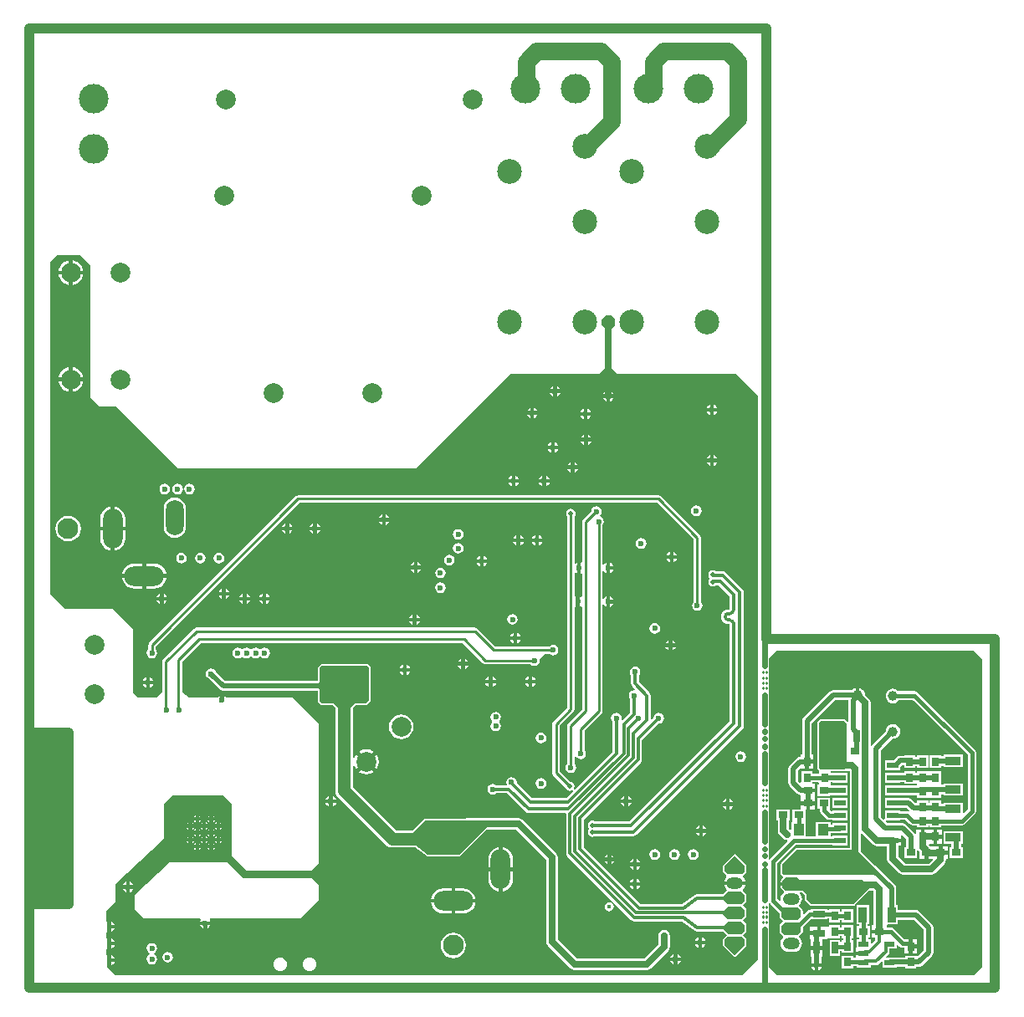
<source format=gbl>
G04*
G04 #@! TF.GenerationSoftware,Altium Limited,Altium Designer,20.0.13 (296)*
G04*
G04 Layer_Physical_Order=4*
G04 Layer_Color=16711680*
%FSLAX25Y25*%
%MOIN*%
G70*
G01*
G75*
%ADD13C,0.00984*%
%ADD20C,0.01000*%
%ADD22C,0.03937*%
%ADD23C,0.02362*%
%ADD60C,0.08268*%
%ADD74R,0.04331X0.04921*%
%ADD75R,0.03800X0.03100*%
%ADD78R,0.02756X0.05118*%
%ADD79R,0.03100X0.03800*%
%ADD87R,0.05118X0.02756*%
%ADD108C,0.01200*%
%ADD110C,0.01100*%
%ADD111C,0.07000*%
%ADD112C,0.02000*%
%ADD113C,0.02500*%
%ADD114C,0.01473*%
%ADD115C,0.01500*%
%ADD117C,0.02756*%
%ADD118C,0.07874*%
%ADD119O,0.07087X0.14173*%
%ADD120O,0.15748X0.07874*%
%ADD121O,0.07874X0.15748*%
%ADD122O,0.06693X0.04724*%
%ADD123C,0.03937*%
%ADD124C,0.01181*%
%ADD125C,0.09843*%
%ADD126C,0.11811*%
%ADD127O,0.14173X0.07087*%
%ADD128C,0.02362*%
%ADD129C,0.01968*%
%ADD130C,0.01772*%
%ADD169R,0.03543X0.06299*%
%ADD170R,0.04331X0.02362*%
%ADD171R,0.04646X0.02284*%
%ADD172R,0.06299X0.03543*%
%ADD173C,0.05000*%
G36*
X231496Y264567D02*
Y262205D01*
X229921Y260630D01*
X227559Y260630D01*
X225984Y262205D01*
X225984Y264567D01*
X227559Y266142D01*
X229921Y266142D01*
X231496Y264567D01*
D02*
G37*
G36*
X22441Y286221D02*
X22441Y233465D01*
X26104Y229801D01*
X32613D01*
X57416Y204998D01*
X151904D01*
X189700Y242793D01*
X225077D01*
X228740Y246457D01*
X232404Y242793D01*
X279648D01*
X288386Y234055D01*
X288386Y9291D01*
X282244Y3150D01*
X125181Y3150D01*
X32087D01*
X28999Y6238D01*
X29032Y6550D01*
X29171Y6650D01*
Y9055D01*
Y11185D01*
X28740Y11445D01*
X28740Y13358D01*
X29171Y13618D01*
Y15748D01*
Y17878D01*
X28740Y18138D01*
Y20051D01*
X29171Y20311D01*
Y22441D01*
Y24571D01*
X28740Y24830D01*
Y28740D01*
X32283Y32283D01*
X32283Y39409D01*
X51575Y57254D01*
X51575Y64436D01*
X51575Y71260D01*
X55118Y74803D01*
X75197D01*
X78740Y71260D01*
X78740Y50787D01*
X84646Y44882D01*
X110630Y44882D01*
X113386Y47638D01*
Y103359D01*
X103085Y113659D01*
X76717D01*
X76376Y114171D01*
X75654Y114653D01*
X75553Y114673D01*
Y112598D01*
X74053D01*
Y114673D01*
X73952Y114653D01*
X73231Y114171D01*
X72889Y113659D01*
X61811D01*
X59055Y115748D01*
X58915D01*
Y128120D01*
X66316Y135521D01*
X170656D01*
X178782Y127395D01*
X179262Y127074D01*
X179827Y126962D01*
X197758D01*
X197800Y126900D01*
X198488Y126440D01*
X199300Y126278D01*
X200112Y126440D01*
X200800Y126900D01*
X201260Y127588D01*
X201422Y128400D01*
X201260Y129212D01*
X203247Y131199D01*
X205178D01*
X205192Y131177D01*
X205881Y130717D01*
X206693Y130555D01*
X207505Y130717D01*
X208193Y131177D01*
X208653Y131865D01*
X208815Y132677D01*
X208653Y133489D01*
X208193Y134178D01*
X207505Y134637D01*
X206693Y134799D01*
X205881Y134637D01*
X205192Y134178D01*
X205178Y134156D01*
X183683D01*
X176636Y141203D01*
X176156Y141523D01*
X175591Y141636D01*
X64567D01*
X64001Y141523D01*
X63521Y141203D01*
X51317Y128998D01*
X50996Y128518D01*
X50884Y127953D01*
Y115716D01*
X48827Y113659D01*
X47550Y113659D01*
X41459Y113659D01*
X39306Y115812D01*
X39306Y141218D01*
X31432Y149092D01*
X12117D01*
X6299Y154910D01*
X6299Y287402D01*
X9055Y290158D01*
X18504Y290158D01*
X22441Y286221D01*
D02*
G37*
G36*
X324441Y112621D02*
Y104441D01*
X323941Y104234D01*
X323339Y104835D01*
X323108Y104990D01*
X322835Y105044D01*
X313386D01*
X313113Y104990D01*
X312881Y104835D01*
X312094Y104048D01*
X311939Y103816D01*
X311885Y103543D01*
X311885Y85827D01*
X311939Y85554D01*
X312094Y85322D01*
X312516Y84900D01*
X312711Y84481D01*
Y83563D01*
X310124D01*
Y84481D01*
X305624D01*
Y79953D01*
X305124Y79746D01*
X304299Y80571D01*
Y84631D01*
X305059Y85390D01*
X305324Y85281D01*
Y85281D01*
X307124D01*
Y88181D01*
X307874D01*
Y88931D01*
X310424D01*
Y91081D01*
X309811D01*
Y103528D01*
X319086Y112803D01*
X324291D01*
X324441Y112621D01*
D02*
G37*
G36*
X323622Y103543D02*
X323622Y85827D01*
X322835Y85039D01*
X313386Y85039D01*
X312598Y85827D01*
X312598Y103543D01*
X313386Y104331D01*
X322835D01*
X323622Y103543D01*
D02*
G37*
G36*
X377559Y129134D02*
X377559Y6299D01*
X374409Y3150D01*
X295669Y3150D01*
X292520Y6299D01*
X292520Y31753D01*
X293020Y31905D01*
X293299Y31488D01*
X296924Y27862D01*
X296924Y26378D01*
X296978Y26105D01*
X297133Y25873D01*
X298066Y24940D01*
X298397Y24603D01*
X297133Y23339D01*
X297056Y23224D01*
X296978Y23108D01*
X296978Y23107D01*
X296978Y23107D01*
X296952Y22975D01*
X296924Y22834D01*
X296924Y20472D01*
X296978Y20199D01*
X297133Y19968D01*
X298344Y18757D01*
X298385Y18328D01*
X298346Y18135D01*
X298339Y18124D01*
X298264Y18066D01*
X297741Y17384D01*
X297412Y16591D01*
X297300Y15739D01*
X297412Y14888D01*
X297741Y14094D01*
X298264Y13413D01*
X298945Y12890D01*
X299739Y12561D01*
X300590Y12449D01*
X302559D01*
X303411Y12561D01*
X304204Y12890D01*
X304886Y13413D01*
X305409Y14094D01*
X305737Y14888D01*
X305849Y15739D01*
X305737Y16591D01*
X305409Y17384D01*
X304886Y18066D01*
X304811Y18124D01*
X304765Y18338D01*
X304806Y18757D01*
X306016Y19968D01*
X306171Y20199D01*
X306225Y20472D01*
Y22161D01*
X309341Y25275D01*
X315858D01*
Y25671D01*
X316648D01*
Y24163D01*
X321148D01*
Y25081D01*
X321766D01*
Y24163D01*
X326266D01*
Y29363D01*
X321766D01*
Y28446D01*
X321148D01*
Y29363D01*
X316648D01*
Y29036D01*
X315858D01*
Y29431D01*
X309339D01*
Y29036D01*
X309039D01*
X308396Y28908D01*
X307850Y28543D01*
X306687Y27381D01*
X306225Y27572D01*
X306225Y28740D01*
X306198Y28881D01*
X306171Y29013D01*
X306171Y29013D01*
X306171Y29013D01*
X306094Y29129D01*
X306017Y29245D01*
X304816Y30446D01*
X304756Y30725D01*
X304758Y30924D01*
X304810Y31071D01*
X304886Y31129D01*
X305409Y31811D01*
X305737Y32604D01*
X305849Y33456D01*
X305737Y34308D01*
X305409Y35101D01*
X304976Y35665D01*
X305146Y36165D01*
X305739D01*
X306895Y35009D01*
X306895Y33336D01*
X306950Y33063D01*
X307104Y32831D01*
X308944Y30991D01*
X309176Y30837D01*
X309449Y30782D01*
X312992Y30782D01*
X326378D01*
X326651Y30837D01*
X326883Y30991D01*
X331497Y35605D01*
X331512D01*
Y35621D01*
X332676Y36784D01*
X334237D01*
X334417Y36604D01*
Y23014D01*
X333715D01*
Y21214D01*
X336615D01*
Y19714D01*
X333715D01*
Y17914D01*
X335085D01*
Y16897D01*
X333839Y15651D01*
X333377Y15842D01*
Y17424D01*
X332194D01*
Y18214D01*
X332915D01*
Y22714D01*
X331997D01*
Y23307D01*
X332590D01*
Y31006D01*
X327646D01*
Y23307D01*
X328632D01*
Y22714D01*
X327715D01*
Y18214D01*
X328829D01*
Y17424D01*
X327646D01*
Y13983D01*
X327346D01*
Y12552D01*
X330511D01*
Y11052D01*
X327346D01*
Y9941D01*
X326266D01*
Y10859D01*
X321766D01*
Y5659D01*
X326266D01*
Y6576D01*
X327646D01*
Y6181D01*
X333377D01*
Y7114D01*
X335415D01*
X336000Y7230D01*
X336496Y7562D01*
X337420Y8486D01*
X337882Y8294D01*
Y6181D01*
X340465D01*
X340748Y6125D01*
X341030Y6181D01*
X343613D01*
Y6330D01*
X346456D01*
X346458Y6330D01*
X346963D01*
Y5667D01*
X351463D01*
Y6330D01*
X352388D01*
X353129Y6478D01*
X353758Y6898D01*
X357669Y10809D01*
X358089Y11437D01*
X358236Y12178D01*
Y22047D01*
X358089Y22789D01*
X357669Y23417D01*
X352560Y28526D01*
X351931Y28946D01*
X351190Y29094D01*
X344007D01*
Y31006D01*
X343473D01*
Y37598D01*
X343325Y38340D01*
X342905Y38968D01*
X335040Y46834D01*
X334412Y47254D01*
X334292Y47277D01*
X329358Y52520D01*
Y59355D01*
X329857Y59562D01*
X334226Y55194D01*
X334937Y54718D01*
X335776Y54552D01*
X339804D01*
Y49343D01*
X339971Y48504D01*
X340446Y47793D01*
X344513Y43725D01*
X345224Y43250D01*
X346063Y43084D01*
X357480D01*
X358319Y43250D01*
X359030Y43725D01*
X362676Y47371D01*
X363151Y48082D01*
X363318Y48921D01*
Y49419D01*
X364026D01*
Y51218D01*
X361126D01*
Y51968D01*
X360376D01*
Y54519D01*
X356730D01*
X356411Y54928D01*
X356444Y55115D01*
X356606Y55359D01*
X358305D01*
Y58259D01*
Y61159D01*
X356505D01*
Y61159D01*
X356487D01*
Y61159D01*
X354687D01*
Y58259D01*
X353187D01*
Y61159D01*
X351387D01*
Y59575D01*
X350887Y59423D01*
X350744Y59637D01*
X347268Y63113D01*
X346639Y63533D01*
X345898Y63681D01*
X339846D01*
X339125Y64402D01*
X339332Y64902D01*
X345019D01*
Y65061D01*
X347127D01*
X348819Y63369D01*
X348819Y63369D01*
X349365Y63004D01*
X350008Y62876D01*
X351687D01*
Y61959D01*
X356187D01*
Y62876D01*
X356805D01*
Y61959D01*
X361305D01*
Y62876D01*
X369677D01*
X370321Y63004D01*
X370866Y63369D01*
X374812Y67314D01*
X374812Y67314D01*
X375176Y67860D01*
X375304Y68504D01*
Y91732D01*
X375176Y92376D01*
X374812Y92922D01*
X351977Y115756D01*
X351431Y116121D01*
X350787Y116249D01*
X344273D01*
X344151Y116408D01*
X343552Y116868D01*
X342854Y117157D01*
X342106Y117255D01*
X341357Y117157D01*
X340659Y116868D01*
X340060Y116408D01*
X339600Y115809D01*
X339311Y115111D01*
X339212Y114362D01*
X339311Y113613D01*
X339600Y112916D01*
X340060Y112316D01*
X340659Y111857D01*
X341357Y111568D01*
X342106Y111469D01*
X342854Y111568D01*
X343552Y111857D01*
X344151Y112316D01*
X344587Y112885D01*
X350091D01*
X371940Y91035D01*
Y69201D01*
X370453Y67714D01*
X369991Y67906D01*
Y71861D01*
X362292D01*
Y71474D01*
X361305D01*
Y72670D01*
X356805D01*
Y71741D01*
X356187D01*
Y72670D01*
X351687D01*
Y71819D01*
X350999D01*
X349705Y73114D01*
X349077Y73533D01*
X348335Y73681D01*
X341996D01*
X341516Y73585D01*
X338973D01*
Y69902D01*
X341516D01*
X341996Y69806D01*
X347533D01*
X348547Y68792D01*
X348301Y68331D01*
X347823Y68426D01*
X345019D01*
Y68585D01*
X338973D01*
Y65261D01*
X338473Y65054D01*
X337370Y66157D01*
Y92752D01*
X341964Y97346D01*
X342106Y97327D01*
X342854Y97426D01*
X343552Y97715D01*
X344151Y98174D01*
X344611Y98773D01*
X344900Y99471D01*
X344999Y100220D01*
X344900Y100969D01*
X344611Y101667D01*
X344151Y102266D01*
X343552Y102726D01*
X342854Y103015D01*
X342106Y103113D01*
X341357Y103015D01*
X340659Y102726D01*
X340060Y102266D01*
X339600Y101667D01*
X339311Y100969D01*
X339212Y100220D01*
X339229Y100090D01*
X334063Y94924D01*
X333794Y94522D01*
X333295Y94674D01*
Y111611D01*
X333128Y112450D01*
X332652Y113162D01*
X330951Y114863D01*
X330865Y115515D01*
X330566Y116238D01*
X330090Y116858D01*
X329470Y117333D01*
X328748Y117633D01*
X328723Y117636D01*
Y114741D01*
X327223D01*
Y117636D01*
X327198Y117633D01*
X326476Y117333D01*
X325856Y116858D01*
X325718Y116678D01*
X318284D01*
X317543Y116530D01*
X316914Y116110D01*
X306504Y105701D01*
X306084Y105072D01*
X305937Y104331D01*
Y91081D01*
X305324D01*
Y90118D01*
X305110D01*
X304368Y89970D01*
X303740Y89551D01*
X300992Y86803D01*
X300572Y86174D01*
X300425Y85433D01*
Y79768D01*
X300572Y79027D01*
X300992Y78399D01*
X303998Y75393D01*
X304626Y74973D01*
X305368Y74826D01*
Y74213D01*
X305368D01*
Y74195D01*
X305368D01*
Y72395D01*
X311168D01*
Y74195D01*
X311168D01*
Y74213D01*
X311168D01*
Y76013D01*
X308268D01*
Y77513D01*
X311168D01*
Y79313D01*
X310124D01*
Y80198D01*
X312357D01*
X312711Y79845D01*
X312711Y79281D01*
X312321Y79013D01*
X311968D01*
Y74513D01*
X317168D01*
Y74789D01*
X317668Y74818D01*
X317728Y74806D01*
X321051D01*
X321531Y74902D01*
X324074D01*
Y78585D01*
X321531D01*
X321051Y78681D01*
X317806D01*
X317709Y78700D01*
X317637D01*
X317203Y79200D01*
X317211Y79281D01*
X317211Y79443D01*
X317336Y79943D01*
X318028D01*
Y79902D01*
X320571D01*
X321051Y79806D01*
X321531Y79902D01*
X324074D01*
Y83585D01*
X321783D01*
X321656Y83670D01*
X320914Y83818D01*
X317211D01*
Y84326D01*
X322835Y84326D01*
X323108Y84380D01*
X323339Y84535D01*
X323339Y84535D01*
X323356Y84552D01*
X324793D01*
X324973Y84371D01*
Y53863D01*
X303937Y53863D01*
X303664Y53809D01*
X303432Y53654D01*
X297527Y47749D01*
X297372Y47517D01*
X297318Y47244D01*
Y45401D01*
X297300Y45267D01*
X297318Y45133D01*
Y43701D01*
X297372Y43428D01*
X297527Y43196D01*
X298314Y42409D01*
X298336Y42122D01*
X298290Y41834D01*
X298193Y41759D01*
X298068Y41597D01*
X297527Y41056D01*
X297372Y40824D01*
X297318Y40551D01*
Y40246D01*
X297315Y40239D01*
X297298Y40111D01*
X298031D01*
Y40551D01*
X299395Y41914D01*
X304149D01*
X305118Y40945D01*
X329921D01*
X332874Y37992D01*
X326378Y31496D01*
X312992D01*
X309449Y31496D01*
X307609Y33336D01*
X307609Y35304D01*
X306034Y36879D01*
X299341Y36879D01*
X298031Y38189D01*
Y38611D01*
X297298D01*
X297315Y38484D01*
X297318Y38477D01*
Y38189D01*
X297372Y37916D01*
X297527Y37684D01*
X297527Y37684D01*
X298011Y37200D01*
X298193Y36963D01*
X298429Y36782D01*
X298566Y36645D01*
X298543Y35999D01*
X298537Y35992D01*
X298264Y35783D01*
X297741Y35101D01*
X297412Y34308D01*
X297300Y33456D01*
X297377Y32875D01*
X296903Y32641D01*
X296170Y33374D01*
Y47728D01*
X303503Y55061D01*
X318028D01*
Y54902D01*
X324074D01*
Y58585D01*
X318028D01*
Y58426D01*
X317235D01*
Y59735D01*
X320725D01*
X321369Y59863D01*
X321427Y59902D01*
X324074D01*
Y63585D01*
X318028D01*
Y63100D01*
X317235D01*
Y64184D01*
X311505D01*
Y58426D01*
X307393D01*
Y64184D01*
X307337D01*
X307325Y64679D01*
X307325D01*
Y69095D01*
X307518D01*
Y70895D01*
X305368D01*
Y69179D01*
X302125D01*
Y64679D01*
X302125D01*
X302112Y64184D01*
X301662D01*
Y61161D01*
X301162Y60954D01*
X300617Y61499D01*
Y64679D01*
X301025D01*
Y69179D01*
X295825D01*
Y64679D01*
X296233D01*
Y60591D01*
X296399Y59752D01*
X296875Y59041D01*
X298371Y57544D01*
X299082Y57069D01*
X299886Y56909D01*
X300069Y56625D01*
X300153Y56469D01*
X293299Y49615D01*
X293020Y49197D01*
X292520Y49349D01*
X292520Y129134D01*
X295669Y132283D01*
X374410D01*
X377559Y129134D01*
D02*
G37*
G36*
X347437Y57465D02*
Y54219D01*
X346612D01*
Y49718D01*
X351812D01*
Y52592D01*
X352267Y52740D01*
X352612Y52431D01*
Y49419D01*
X354762D01*
Y51968D01*
X356262D01*
Y49419D01*
X357870D01*
X358061Y48957D01*
X356572Y47468D01*
X346971D01*
X344188Y50251D01*
Y54602D01*
X345319D01*
Y55994D01*
X341996D01*
Y57494D01*
X345319D01*
Y58876D01*
X345679Y59222D01*
X347437Y57465D01*
D02*
G37*
G36*
X337419Y42913D02*
X298819Y42913D01*
X298031Y43701D01*
Y47244D01*
X303937Y53150D01*
X327785Y53150D01*
X337419Y42913D01*
D02*
G37*
G36*
X304248Y30004D02*
X305512Y28740D01*
X305512Y26378D01*
X304194Y25060D01*
X298955Y25060D01*
X297638Y26378D01*
X297638Y28740D01*
Y30004D01*
X298902Y30004D01*
X304248Y30004D01*
D02*
G37*
G36*
X305512Y24016D02*
Y20472D01*
X304194Y19155D01*
X298955Y19155D01*
X297638Y20472D01*
X297638Y22834D01*
X298901Y24098D01*
X305429Y24098D01*
X305512Y24016D01*
D02*
G37*
G36*
X354362Y21245D02*
Y12981D01*
X351963Y10582D01*
X351463Y10789D01*
Y10867D01*
X346963D01*
Y10204D01*
X346457D01*
X346455Y10204D01*
X342885D01*
X342766Y10181D01*
X340929D01*
X340187Y10033D01*
X340053Y9943D01*
X339531D01*
X339340Y10405D01*
X340264Y11329D01*
X340595Y11825D01*
X340712Y12411D01*
Y13661D01*
X343613D01*
Y15042D01*
X344075Y15233D01*
X344780Y14528D01*
X345326Y14163D01*
X345970Y14035D01*
X346663D01*
Y11667D01*
X348463D01*
Y14567D01*
Y17467D01*
X346663D01*
X346663Y17467D01*
Y17467D01*
X346303Y17764D01*
X342413Y21653D01*
X341867Y22018D01*
X341223Y22146D01*
X339515D01*
Y23014D01*
X339893Y23307D01*
X344007D01*
Y25219D01*
X350387D01*
X354362Y21245D01*
D02*
G37*
%LPC*%
G36*
X15317Y287943D02*
Y283812D01*
X19448D01*
X19377Y284351D01*
X18879Y285552D01*
X18088Y286583D01*
X17057Y287375D01*
X15856Y287872D01*
X15317Y287943D01*
D02*
G37*
G36*
X13817D02*
X13278Y287872D01*
X12077Y287375D01*
X11046Y286583D01*
X10255Y285552D01*
X9757Y284351D01*
X9686Y283812D01*
X13817D01*
Y287943D01*
D02*
G37*
G36*
X19448Y282312D02*
X15317D01*
Y278181D01*
X15856Y278252D01*
X17057Y278750D01*
X18088Y279541D01*
X18879Y280572D01*
X19377Y281773D01*
X19448Y282312D01*
D02*
G37*
G36*
X13817D02*
X9686D01*
X9757Y281773D01*
X10255Y280572D01*
X11046Y279541D01*
X12077Y278750D01*
X13278Y278252D01*
X13817Y278181D01*
Y282312D01*
D02*
G37*
G36*
X15317Y245423D02*
Y241293D01*
X19448D01*
X19377Y241831D01*
X18879Y243032D01*
X18088Y244064D01*
X17057Y244855D01*
X15856Y245352D01*
X15317Y245423D01*
D02*
G37*
G36*
X13817D02*
X13278Y245352D01*
X12077Y244855D01*
X11046Y244064D01*
X10255Y243032D01*
X9757Y241831D01*
X9686Y241293D01*
X13817D01*
Y245423D01*
D02*
G37*
G36*
X208230Y237901D02*
Y236577D01*
X209555D01*
X209535Y236678D01*
X209053Y237399D01*
X208331Y237881D01*
X208230Y237901D01*
D02*
G37*
G36*
X206730D02*
X206629Y237881D01*
X205908Y237399D01*
X205426Y236678D01*
X205406Y236577D01*
X206730D01*
Y237901D01*
D02*
G37*
G36*
X19448Y239792D02*
X15317D01*
Y235662D01*
X15856Y235733D01*
X17057Y236230D01*
X18088Y237021D01*
X18879Y238053D01*
X19377Y239254D01*
X19448Y239792D01*
D02*
G37*
G36*
X13817D02*
X9686D01*
X9757Y239254D01*
X10255Y238053D01*
X11046Y237021D01*
X12077Y236230D01*
X13278Y235733D01*
X13817Y235662D01*
Y239792D01*
D02*
G37*
G36*
X229490Y235933D02*
Y234608D01*
X230815D01*
X230795Y234709D01*
X230313Y235431D01*
X229591Y235913D01*
X229490Y235933D01*
D02*
G37*
G36*
X227990D02*
X227889Y235913D01*
X227168Y235431D01*
X226686Y234709D01*
X226665Y234608D01*
X227990D01*
Y235933D01*
D02*
G37*
G36*
X209555Y235077D02*
X208230D01*
Y233752D01*
X208331Y233772D01*
X209053Y234254D01*
X209535Y234976D01*
X209555Y235077D01*
D02*
G37*
G36*
X206730D02*
X205406D01*
X205426Y234976D01*
X205908Y234254D01*
X206629Y233772D01*
X206730Y233752D01*
Y235077D01*
D02*
G37*
G36*
X230815Y233108D02*
X229490D01*
Y231784D01*
X229591Y231804D01*
X230313Y232286D01*
X230795Y233007D01*
X230815Y233108D01*
D02*
G37*
G36*
X227990D02*
X226665D01*
X226686Y233007D01*
X227168Y232286D01*
X227889Y231804D01*
X227990Y231784D01*
Y233108D01*
D02*
G37*
G36*
X270829Y230421D02*
Y229097D01*
X272153D01*
X272133Y229198D01*
X271651Y229919D01*
X270930Y230401D01*
X270829Y230421D01*
D02*
G37*
G36*
X269329D02*
X269228Y230401D01*
X268506Y229919D01*
X268024Y229198D01*
X268004Y229097D01*
X269329D01*
Y230421D01*
D02*
G37*
G36*
X199175Y229240D02*
Y227915D01*
X200500D01*
X200480Y228016D01*
X199998Y228738D01*
X199276Y229220D01*
X199175Y229240D01*
D02*
G37*
G36*
X197675D02*
X197574Y229220D01*
X196853Y228738D01*
X196371Y228016D01*
X196351Y227915D01*
X197675D01*
Y229240D01*
D02*
G37*
G36*
X220435Y228846D02*
Y227522D01*
X221760D01*
X221740Y227623D01*
X221257Y228344D01*
X220536Y228826D01*
X220435Y228846D01*
D02*
G37*
G36*
X218935D02*
X218834Y228826D01*
X218113Y228344D01*
X217631Y227623D01*
X217610Y227522D01*
X218935D01*
Y228846D01*
D02*
G37*
G36*
X272153Y227596D02*
X270829D01*
Y226272D01*
X270930Y226292D01*
X271651Y226774D01*
X272133Y227495D01*
X272153Y227596D01*
D02*
G37*
G36*
X269329D02*
X268004D01*
X268024Y227495D01*
X268506Y226774D01*
X269228Y226292D01*
X269329Y226272D01*
Y227596D01*
D02*
G37*
G36*
X200500Y226415D02*
X199175D01*
Y225091D01*
X199276Y225111D01*
X199998Y225593D01*
X200480Y226314D01*
X200500Y226415D01*
D02*
G37*
G36*
X197675D02*
X196351D01*
X196371Y226314D01*
X196853Y225593D01*
X197574Y225111D01*
X197675Y225091D01*
Y226415D01*
D02*
G37*
G36*
X221760Y226022D02*
X220435D01*
Y224697D01*
X220536Y224717D01*
X221257Y225199D01*
X221740Y225921D01*
X221760Y226022D01*
D02*
G37*
G36*
X218935D02*
X217610D01*
X217631Y225921D01*
X218113Y225199D01*
X218834Y224717D01*
X218935Y224697D01*
Y226022D01*
D02*
G37*
G36*
X220647Y218610D02*
Y217285D01*
X221972D01*
X221952Y217387D01*
X221470Y218108D01*
X220748Y218590D01*
X220647Y218610D01*
D02*
G37*
G36*
X219147D02*
X219046Y218590D01*
X218325Y218108D01*
X217843Y217387D01*
X217823Y217285D01*
X219147D01*
Y218610D01*
D02*
G37*
G36*
X221972Y215785D02*
X220647D01*
Y214461D01*
X220748Y214481D01*
X221470Y214963D01*
X221952Y215684D01*
X221972Y215785D01*
D02*
G37*
G36*
X219147D02*
X217823D01*
X217843Y215684D01*
X218325Y214963D01*
X219046Y214481D01*
X219147Y214461D01*
Y215785D01*
D02*
G37*
G36*
X207443Y215460D02*
Y214136D01*
X208768D01*
X208748Y214237D01*
X208265Y214958D01*
X207544Y215440D01*
X207443Y215460D01*
D02*
G37*
G36*
X205943D02*
X205842Y215440D01*
X205120Y214958D01*
X204638Y214237D01*
X204618Y214136D01*
X205943D01*
Y215460D01*
D02*
G37*
G36*
X208768Y212636D02*
X207443D01*
Y211311D01*
X207544Y211331D01*
X208265Y211813D01*
X208748Y212535D01*
X208768Y212636D01*
D02*
G37*
G36*
X205943D02*
X204618D01*
X204638Y212535D01*
X205120Y211813D01*
X205842Y211331D01*
X205943Y211311D01*
Y212636D01*
D02*
G37*
G36*
X270829Y210342D02*
Y209018D01*
X272153D01*
X272133Y209119D01*
X271651Y209840D01*
X270930Y210322D01*
X270829Y210342D01*
D02*
G37*
G36*
X269329D02*
X269228Y210322D01*
X268506Y209840D01*
X268024Y209119D01*
X268004Y209018D01*
X269329D01*
Y210342D01*
D02*
G37*
G36*
X215317Y207587D02*
Y206262D01*
X216642D01*
X216621Y206363D01*
X216139Y207084D01*
X215418Y207566D01*
X215317Y207587D01*
D02*
G37*
G36*
X213817D02*
X213716Y207566D01*
X212994Y207084D01*
X212512Y206363D01*
X212492Y206262D01*
X213817D01*
Y207587D01*
D02*
G37*
G36*
X272153Y207518D02*
X270829D01*
Y206193D01*
X270930Y206213D01*
X271651Y206695D01*
X272133Y207417D01*
X272153Y207518D01*
D02*
G37*
G36*
X269329D02*
X268004D01*
X268024Y207417D01*
X268506Y206695D01*
X269228Y206213D01*
X269329Y206193D01*
Y207518D01*
D02*
G37*
G36*
X216642Y204762D02*
X215317D01*
Y203437D01*
X215418Y203457D01*
X216139Y203939D01*
X216621Y204661D01*
X216642Y204762D01*
D02*
G37*
G36*
X213817D02*
X212492D01*
X212512Y204661D01*
X212994Y203939D01*
X213716Y203457D01*
X213817Y203437D01*
Y204762D01*
D02*
G37*
G36*
X203900Y202075D02*
Y200750D01*
X205224D01*
X205204Y200851D01*
X204722Y201572D01*
X204001Y202055D01*
X203900Y202075D01*
D02*
G37*
G36*
X202400D02*
X202299Y202055D01*
X201577Y201572D01*
X201095Y200851D01*
X201075Y200750D01*
X202400D01*
Y202075D01*
D02*
G37*
G36*
X191695D02*
Y200750D01*
X193019D01*
X192999Y200851D01*
X192517Y201572D01*
X191796Y202055D01*
X191695Y202075D01*
D02*
G37*
G36*
X190195D02*
X190094Y202055D01*
X189372Y201572D01*
X188890Y200851D01*
X188870Y200750D01*
X190195D01*
Y202075D01*
D02*
G37*
G36*
X205224Y199250D02*
X203900D01*
Y197925D01*
X204001Y197945D01*
X204722Y198427D01*
X205204Y199149D01*
X205224Y199250D01*
D02*
G37*
G36*
X202400D02*
X201075D01*
X201095Y199149D01*
X201577Y198427D01*
X202299Y197945D01*
X202400Y197925D01*
Y199250D01*
D02*
G37*
G36*
X193019D02*
X191695D01*
Y197925D01*
X191796Y197945D01*
X192517Y198427D01*
X192999Y199149D01*
X193019Y199250D01*
D02*
G37*
G36*
X190195D02*
X188870D01*
X188890Y199149D01*
X189372Y198427D01*
X190094Y197945D01*
X190195Y197925D01*
Y199250D01*
D02*
G37*
G36*
X61811Y198972D02*
X60999Y198811D01*
X60311Y198351D01*
X59851Y197662D01*
X59689Y196850D01*
X59851Y196038D01*
X60311Y195350D01*
X60999Y194890D01*
X61811Y194729D01*
X62623Y194890D01*
X63311Y195350D01*
X63771Y196038D01*
X63933Y196850D01*
X63771Y197662D01*
X63311Y198351D01*
X62623Y198811D01*
X61811Y198972D01*
D02*
G37*
G36*
X57087D02*
X56275Y198811D01*
X55586Y198351D01*
X55126Y197662D01*
X54965Y196850D01*
X55126Y196038D01*
X55586Y195350D01*
X56275Y194890D01*
X57087Y194729D01*
X57899Y194890D01*
X58587Y195350D01*
X59047Y196038D01*
X59209Y196850D01*
X59047Y197662D01*
X58587Y198351D01*
X57899Y198811D01*
X57087Y198972D01*
D02*
G37*
G36*
X51968D02*
X51157Y198811D01*
X50468Y198351D01*
X50008Y197662D01*
X49847Y196850D01*
X50008Y196038D01*
X50468Y195350D01*
X51157Y194890D01*
X51968Y194729D01*
X52780Y194890D01*
X53469Y195350D01*
X53929Y196038D01*
X54090Y196850D01*
X53929Y197662D01*
X53469Y198351D01*
X52780Y198811D01*
X51968Y198972D01*
D02*
G37*
G36*
X263779Y190311D02*
X262967Y190149D01*
X262279Y189689D01*
X261819Y189001D01*
X261658Y188189D01*
X261819Y187377D01*
X262279Y186689D01*
X262967Y186229D01*
X263779Y186067D01*
X264592Y186229D01*
X265280Y186689D01*
X265740Y187377D01*
X265901Y188189D01*
X265740Y189001D01*
X265280Y189689D01*
X264592Y190149D01*
X263779Y190311D01*
D02*
G37*
G36*
X140120Y186720D02*
Y185396D01*
X141445D01*
X141425Y185497D01*
X140943Y186218D01*
X140221Y186700D01*
X140120Y186720D01*
D02*
G37*
G36*
X138620D02*
X138519Y186700D01*
X137798Y186218D01*
X137315Y185497D01*
X137295Y185396D01*
X138620D01*
Y186720D01*
D02*
G37*
G36*
X141445Y183896D02*
X140120D01*
Y182571D01*
X140221Y182591D01*
X140943Y183073D01*
X141425Y183795D01*
X141445Y183896D01*
D02*
G37*
G36*
X138620D02*
X137295D01*
X137315Y183795D01*
X137798Y183073D01*
X138519Y182591D01*
X138620Y182571D01*
Y183896D01*
D02*
G37*
G36*
X31951Y189920D02*
Y181852D01*
X36180D01*
Y185039D01*
X36011Y186328D01*
X35513Y187529D01*
X34722Y188560D01*
X33691Y189352D01*
X32490Y189849D01*
X31951Y189920D01*
D02*
G37*
G36*
X30451D02*
X29912Y189849D01*
X28711Y189352D01*
X27680Y188560D01*
X26888Y187529D01*
X26391Y186328D01*
X26221Y185039D01*
Y181852D01*
X30451D01*
Y189920D01*
D02*
G37*
G36*
X112561Y183177D02*
Y181852D01*
X113886D01*
X113866Y181953D01*
X113383Y182675D01*
X112662Y183157D01*
X112561Y183177D01*
D02*
G37*
G36*
X111061D02*
X110960Y183157D01*
X110239Y182675D01*
X109757Y181953D01*
X109736Y181852D01*
X111061D01*
Y183177D01*
D02*
G37*
G36*
X101537D02*
Y181852D01*
X102862D01*
X102842Y181953D01*
X102360Y182675D01*
X101638Y183157D01*
X101537Y183177D01*
D02*
G37*
G36*
X100037D02*
X99936Y183157D01*
X99215Y182675D01*
X98733Y181953D01*
X98713Y181852D01*
X100037D01*
Y183177D01*
D02*
G37*
G36*
X113886Y180352D02*
X112561D01*
Y179028D01*
X112662Y179048D01*
X113383Y179530D01*
X113866Y180251D01*
X113886Y180352D01*
D02*
G37*
G36*
X111061D02*
X109736D01*
X109757Y180251D01*
X110239Y179530D01*
X110960Y179048D01*
X111061Y179028D01*
Y180352D01*
D02*
G37*
G36*
X102862D02*
X101537D01*
Y179028D01*
X101638Y179048D01*
X102360Y179530D01*
X102842Y180251D01*
X102862Y180352D01*
D02*
G37*
G36*
X100037D02*
X98713D01*
X98733Y180251D01*
X99215Y179530D01*
X99936Y179048D01*
X100037Y179028D01*
Y180352D01*
D02*
G37*
G36*
X56004Y193458D02*
X54844Y193305D01*
X53763Y192858D01*
X52835Y192145D01*
X52123Y191217D01*
X51675Y190136D01*
X51522Y188976D01*
Y181890D01*
X51675Y180730D01*
X52123Y179649D01*
X52835Y178721D01*
X53763Y178008D01*
X54844Y177561D01*
X56004Y177408D01*
X57164Y177561D01*
X58245Y178008D01*
X59173Y178721D01*
X59885Y179649D01*
X60333Y180730D01*
X60486Y181890D01*
Y188976D01*
X60333Y190136D01*
X59885Y191217D01*
X59173Y192145D01*
X58245Y192858D01*
X57164Y193305D01*
X56004Y193458D01*
D02*
G37*
G36*
X201144Y178453D02*
Y177128D01*
X202468D01*
X202448Y177229D01*
X201966Y177950D01*
X201245Y178433D01*
X201144Y178453D01*
D02*
G37*
G36*
X199644D02*
X199543Y178433D01*
X198821Y177950D01*
X198339Y177229D01*
X198319Y177128D01*
X199644D01*
Y178453D01*
D02*
G37*
G36*
X193663D02*
Y177128D01*
X194988D01*
X194968Y177229D01*
X194486Y177950D01*
X193764Y178433D01*
X193663Y178453D01*
D02*
G37*
G36*
X192163D02*
X192062Y178433D01*
X191341Y177950D01*
X190859Y177229D01*
X190839Y177128D01*
X192163D01*
Y178453D01*
D02*
G37*
G36*
X168898Y180862D02*
X168086Y180701D01*
X167397Y180241D01*
X166937Y179552D01*
X166776Y178740D01*
X166937Y177928D01*
X167397Y177240D01*
X168086Y176780D01*
X168898Y176618D01*
X169710Y176780D01*
X170398Y177240D01*
X170858Y177928D01*
X171019Y178740D01*
X170858Y179552D01*
X170398Y180241D01*
X169710Y180701D01*
X168898Y180862D01*
D02*
G37*
G36*
X13484Y186180D02*
X12170Y186007D01*
X10946Y185499D01*
X9894Y184693D01*
X9087Y183641D01*
X8580Y182416D01*
X8407Y181102D01*
X8580Y179788D01*
X9087Y178564D01*
X9894Y177512D01*
X10946Y176705D01*
X12170Y176198D01*
X13484Y176025D01*
X14798Y176198D01*
X16023Y176705D01*
X17074Y177512D01*
X17881Y178564D01*
X18389Y179788D01*
X18562Y181102D01*
X18389Y182416D01*
X17881Y183641D01*
X17074Y184693D01*
X16023Y185499D01*
X14798Y186007D01*
X13484Y186180D01*
D02*
G37*
G36*
X202468Y175628D02*
X201144D01*
Y174303D01*
X201245Y174323D01*
X201966Y174805D01*
X202448Y175527D01*
X202468Y175628D01*
D02*
G37*
G36*
X199644D02*
X198319D01*
X198339Y175527D01*
X198821Y174805D01*
X199543Y174323D01*
X199644Y174303D01*
Y175628D01*
D02*
G37*
G36*
X194988D02*
X193663D01*
Y174303D01*
X193764Y174323D01*
X194486Y174805D01*
X194968Y175527D01*
X194988Y175628D01*
D02*
G37*
G36*
X192163D02*
X190839D01*
X190859Y175527D01*
X191341Y174805D01*
X192062Y174323D01*
X192163Y174303D01*
Y175628D01*
D02*
G37*
G36*
X241732Y177319D02*
X240920Y177157D01*
X240232Y176697D01*
X239772Y176009D01*
X239610Y175197D01*
X239772Y174385D01*
X240232Y173696D01*
X240920Y173237D01*
X241732Y173075D01*
X242544Y173237D01*
X243233Y173696D01*
X243693Y174385D01*
X243854Y175197D01*
X243693Y176009D01*
X243233Y176697D01*
X242544Y177157D01*
X241732Y177319D01*
D02*
G37*
G36*
X36180Y180352D02*
X31951D01*
Y172284D01*
X32490Y172355D01*
X33691Y172853D01*
X34722Y173644D01*
X35513Y174676D01*
X36011Y175876D01*
X36180Y177165D01*
Y180352D01*
D02*
G37*
G36*
X30451D02*
X26221D01*
Y177165D01*
X26391Y175876D01*
X26888Y174676D01*
X27680Y173644D01*
X28711Y172853D01*
X29912Y172355D01*
X30451Y172284D01*
Y180352D01*
D02*
G37*
G36*
X168898Y175350D02*
X168086Y175189D01*
X167397Y174729D01*
X166937Y174040D01*
X166776Y173228D01*
X166937Y172416D01*
X167397Y171728D01*
X168086Y171268D01*
X168898Y171107D01*
X169710Y171268D01*
X170398Y171728D01*
X170858Y172416D01*
X171019Y173228D01*
X170858Y174040D01*
X170398Y174729D01*
X169710Y175189D01*
X168898Y175350D01*
D02*
G37*
G36*
X254687Y171760D02*
Y170435D01*
X256012D01*
X255992Y170536D01*
X255509Y171257D01*
X254788Y171740D01*
X254687Y171760D01*
D02*
G37*
G36*
X253187D02*
X253086Y171740D01*
X252364Y171257D01*
X251883Y170536D01*
X251862Y170435D01*
X253187D01*
Y171760D01*
D02*
G37*
G36*
X179096Y170185D02*
Y168860D01*
X180421D01*
X180401Y168961D01*
X179919Y169683D01*
X179198Y170165D01*
X179096Y170185D01*
D02*
G37*
G36*
X177596D02*
X177495Y170165D01*
X176774Y169683D01*
X176292Y168961D01*
X176272Y168860D01*
X177596D01*
Y170185D01*
D02*
G37*
G36*
X256012Y168935D02*
X254687D01*
Y167610D01*
X254788Y167631D01*
X255509Y168113D01*
X255992Y168834D01*
X256012Y168935D01*
D02*
G37*
G36*
X253187D02*
X251862D01*
X251883Y168834D01*
X252364Y168113D01*
X253086Y167631D01*
X253187Y167610D01*
Y168935D01*
D02*
G37*
G36*
X223947Y189917D02*
X223135Y189756D01*
X222446Y189296D01*
X221987Y188607D01*
X221874Y188044D01*
X218640Y184809D01*
X218319Y184330D01*
X218207Y183764D01*
Y167637D01*
X218170Y167618D01*
X217707Y167423D01*
X217679Y167429D01*
Y165354D01*
Y163280D01*
X217707Y163285D01*
X218170Y163091D01*
X218207Y163072D01*
Y154076D01*
X217707Y153809D01*
X217387Y154023D01*
X217285Y154043D01*
Y151969D01*
Y149894D01*
X217387Y149914D01*
X217707Y150128D01*
X218207Y149861D01*
Y108880D01*
X212734Y103408D01*
X212414Y102928D01*
X212301Y102362D01*
Y87342D01*
X212279Y87327D01*
X211819Y86639D01*
X211658Y85827D01*
X211819Y85015D01*
X212279Y84326D01*
X212967Y83866D01*
X213779Y83705D01*
X214592Y83866D01*
X215280Y84326D01*
X215740Y85015D01*
X215901Y85827D01*
X215740Y86639D01*
X215280Y87327D01*
X215258Y87342D01*
Y90469D01*
X215756Y90527D01*
X216216Y89838D01*
X216904Y89378D01*
X217717Y89217D01*
X218529Y89378D01*
X219217Y89838D01*
X219677Y90527D01*
X219838Y91339D01*
X219677Y92151D01*
X219217Y92839D01*
X219195Y92854D01*
Y100569D01*
X225917Y107291D01*
X226238Y107771D01*
X226350Y108337D01*
Y150719D01*
X226851Y150871D01*
X227168Y150396D01*
X227889Y149914D01*
X227990Y149894D01*
Y151969D01*
Y154043D01*
X227889Y154023D01*
X227168Y153541D01*
X226851Y153066D01*
X226350Y153218D01*
Y164105D01*
X226851Y164257D01*
X227168Y163782D01*
X227889Y163300D01*
X227990Y163280D01*
Y165354D01*
Y167429D01*
X227889Y167409D01*
X227168Y166927D01*
X226851Y166452D01*
X226350Y166604D01*
Y182343D01*
X226372Y182358D01*
X226832Y183046D01*
X226994Y183858D01*
X226832Y184670D01*
X226372Y185359D01*
X225684Y185819D01*
X225593Y185837D01*
X225495Y186366D01*
X225907Y186983D01*
X226069Y187795D01*
X225907Y188607D01*
X225447Y189296D01*
X224759Y189756D01*
X223947Y189917D01*
D02*
G37*
G36*
X73622Y171413D02*
X72810Y171252D01*
X72122Y170792D01*
X71662Y170103D01*
X71500Y169291D01*
X71662Y168479D01*
X72122Y167791D01*
X72810Y167331D01*
X73622Y167169D01*
X74434Y167331D01*
X75122Y167791D01*
X75582Y168479D01*
X75744Y169291D01*
X75582Y170103D01*
X75122Y170792D01*
X74434Y171252D01*
X73622Y171413D01*
D02*
G37*
G36*
X66142D02*
X65330Y171252D01*
X64641Y170792D01*
X64181Y170103D01*
X64020Y169291D01*
X64181Y168479D01*
X64641Y167791D01*
X65330Y167331D01*
X66142Y167169D01*
X66954Y167331D01*
X67642Y167791D01*
X68102Y168479D01*
X68264Y169291D01*
X68102Y170103D01*
X67642Y170792D01*
X66954Y171252D01*
X66142Y171413D01*
D02*
G37*
G36*
X58661D02*
X57849Y171252D01*
X57161Y170792D01*
X56701Y170103D01*
X56539Y169291D01*
X56701Y168479D01*
X57161Y167791D01*
X57849Y167331D01*
X58661Y167169D01*
X59473Y167331D01*
X60162Y167791D01*
X60622Y168479D01*
X60783Y169291D01*
X60622Y170103D01*
X60162Y170792D01*
X59473Y171252D01*
X58661Y171413D01*
D02*
G37*
G36*
X152756Y167717D02*
Y166392D01*
X154080D01*
X154060Y166493D01*
X153578Y167214D01*
X152857Y167696D01*
X152756Y167717D01*
D02*
G37*
G36*
X151256D02*
X151155Y167696D01*
X150433Y167214D01*
X149951Y166493D01*
X149931Y166392D01*
X151256D01*
Y167717D01*
D02*
G37*
G36*
X165354Y170626D02*
X164542Y170464D01*
X163854Y170004D01*
X163394Y169316D01*
X163233Y168504D01*
X163394Y167692D01*
X163854Y167004D01*
X164542Y166544D01*
X165354Y166382D01*
X166166Y166544D01*
X166855Y167004D01*
X167315Y167692D01*
X167476Y168504D01*
X167315Y169316D01*
X166855Y170004D01*
X166166Y170464D01*
X165354Y170626D01*
D02*
G37*
G36*
X229490Y167429D02*
Y166104D01*
X230815D01*
X230795Y166205D01*
X230313Y166927D01*
X229591Y167409D01*
X229490Y167429D01*
D02*
G37*
G36*
X180421Y167360D02*
X179096D01*
Y166036D01*
X179198Y166056D01*
X179919Y166538D01*
X180401Y167259D01*
X180421Y167360D01*
D02*
G37*
G36*
X177596D02*
X176272D01*
X176292Y167259D01*
X176774Y166538D01*
X177495Y166056D01*
X177596Y166036D01*
Y167360D01*
D02*
G37*
G36*
X154080Y164892D02*
X152756D01*
Y163567D01*
X152857Y163587D01*
X153578Y164069D01*
X154060Y164791D01*
X154080Y164892D01*
D02*
G37*
G36*
X151256D02*
X149931D01*
X149951Y164791D01*
X150433Y164069D01*
X151155Y163587D01*
X151256Y163567D01*
Y164892D01*
D02*
G37*
G36*
X230815Y164604D02*
X229490D01*
Y163280D01*
X229591Y163300D01*
X230313Y163782D01*
X230795Y164503D01*
X230815Y164604D01*
D02*
G37*
G36*
X213779Y188929D02*
X213044Y188783D01*
X212421Y188366D01*
X212005Y187743D01*
X211858Y187008D01*
X212005Y186273D01*
X212301Y185829D01*
Y109668D01*
X206829Y104195D01*
X206508Y103715D01*
X206396Y103150D01*
Y83858D01*
X206508Y83293D01*
X206829Y82813D01*
X211507Y78135D01*
X211611Y77611D01*
X212027Y76988D01*
X212651Y76572D01*
X213386Y76425D01*
X214121Y76572D01*
X214518Y76837D01*
X214837Y76448D01*
X211965Y73577D01*
X198271D01*
X192221Y79627D01*
X192279Y79921D01*
X192118Y80733D01*
X191658Y81422D01*
X190970Y81882D01*
X190157Y82043D01*
X189346Y81882D01*
X188657Y81422D01*
X188197Y80733D01*
X188036Y79921D01*
X188180Y79195D01*
X187918Y78695D01*
X184134D01*
X183489Y79126D01*
X182677Y79287D01*
X181865Y79126D01*
X181177Y78666D01*
X180717Y77977D01*
X180555Y77165D01*
X180717Y76353D01*
X181177Y75665D01*
X181865Y75205D01*
X182677Y75043D01*
X183489Y75205D01*
X184134Y75636D01*
X188343D01*
X195769Y68210D01*
X196265Y67878D01*
X196851Y67762D01*
X211550D01*
X211867Y67375D01*
X211856Y67323D01*
Y51575D01*
X211973Y50990D01*
X212304Y50493D01*
X237826Y24971D01*
X238323Y24640D01*
X238908Y24523D01*
X258099D01*
X263270Y20798D01*
X263432Y20724D01*
X263579Y20626D01*
X263701Y20601D01*
X263813Y20550D01*
X263991Y20544D01*
X264164Y20509D01*
X274545D01*
X275866Y19188D01*
X275850Y19029D01*
X274673Y17852D01*
X274518Y17621D01*
X274464Y17347D01*
Y15075D01*
X274518Y14802D01*
X274673Y14571D01*
X278629Y10614D01*
X278861Y10459D01*
X279134Y10405D01*
X279407Y10459D01*
X279639Y10614D01*
X283595Y14571D01*
X283750Y14802D01*
X283804Y15075D01*
Y17347D01*
X283750Y17621D01*
X283595Y17852D01*
X282418Y19029D01*
X282402Y19188D01*
X283567Y20353D01*
X283721Y20584D01*
X283776Y20857D01*
X283776Y23237D01*
X283721Y23510D01*
X283567Y23742D01*
X283567Y23742D01*
X282309Y25000D01*
X283567Y26258D01*
X283721Y26490D01*
X283776Y26763D01*
X283776Y29143D01*
X283721Y29416D01*
X283567Y29647D01*
X283567Y29647D01*
X282309Y30906D01*
X283567Y32164D01*
X283721Y32395D01*
X283776Y32668D01*
X283776Y35048D01*
X283721Y35321D01*
X283567Y35553D01*
X283567Y35553D01*
X282446Y36673D01*
X282414Y37169D01*
X282459Y37314D01*
X282516Y37357D01*
X283055Y38059D01*
X283394Y38877D01*
X283411Y39005D01*
X279134D01*
X274857D01*
X274874Y38877D01*
X275213Y38059D01*
X275752Y37357D01*
X275809Y37314D01*
X275854Y37169D01*
X275821Y36673D01*
X274527Y35379D01*
X264164D01*
X263992Y35345D01*
X263816Y35339D01*
X263702Y35287D01*
X263579Y35263D01*
X263433Y35165D01*
X263273Y35092D01*
X258101Y31382D01*
X241647D01*
X218852Y54177D01*
Y65114D01*
X241633Y87895D01*
X241964Y88391D01*
X242081Y88976D01*
Y96611D01*
X248870Y103400D01*
X249631Y103551D01*
X250319Y104011D01*
X250779Y104700D01*
X250941Y105512D01*
X250779Y106324D01*
X250319Y107012D01*
X249631Y107472D01*
X248819Y107634D01*
X248007Y107472D01*
X247319Y107012D01*
X246859Y106324D01*
X246707Y105563D01*
X246124Y104980D01*
X245624Y105187D01*
Y114567D01*
X245508Y115152D01*
X245176Y115648D01*
X240899Y119925D01*
Y122559D01*
X241330Y123204D01*
X241492Y124016D01*
X241330Y124828D01*
X240870Y125516D01*
X240182Y125976D01*
X239370Y126138D01*
X238558Y125976D01*
X237870Y125516D01*
X237410Y124828D01*
X237248Y124016D01*
X237410Y123204D01*
X237841Y122559D01*
Y119291D01*
X237957Y118706D01*
X238289Y118210D01*
X239380Y117118D01*
X239134Y116657D01*
X238976Y116689D01*
X238164Y116527D01*
X237476Y116067D01*
X237016Y115379D01*
X236855Y114567D01*
X237016Y113755D01*
X237447Y113110D01*
Y107720D01*
X234343Y104616D01*
X233882Y104863D01*
X234012Y105512D01*
X233850Y106324D01*
X233390Y107012D01*
X232702Y107472D01*
X231890Y107634D01*
X231078Y107472D01*
X230389Y107012D01*
X229929Y106324D01*
X229768Y105512D01*
X229929Y104700D01*
X230360Y104055D01*
Y91972D01*
X215284Y76896D01*
X214896Y77214D01*
X215161Y77611D01*
X215307Y78347D01*
X215161Y79082D01*
X214744Y79705D01*
X214121Y80121D01*
X213598Y80225D01*
X209352Y84471D01*
Y102537D01*
X214825Y108010D01*
X215145Y108489D01*
X215258Y109055D01*
Y149686D01*
X215294Y149705D01*
X215758Y149899D01*
X215785Y149894D01*
Y151969D01*
Y154043D01*
X215758Y154038D01*
X215294Y154232D01*
X215258Y154251D01*
Y163246D01*
X215758Y163514D01*
X216078Y163300D01*
X216179Y163280D01*
Y165354D01*
Y167429D01*
X216078Y167409D01*
X215758Y167195D01*
X215258Y167462D01*
Y185829D01*
X215554Y186273D01*
X215701Y187008D01*
X215554Y187743D01*
X215138Y188366D01*
X214515Y188783D01*
X213779Y188929D01*
D02*
G37*
G36*
X47736Y167184D02*
X44549D01*
Y162955D01*
X52617D01*
X52546Y163494D01*
X52049Y164694D01*
X51257Y165726D01*
X50226Y166517D01*
X49025Y167015D01*
X47736Y167184D01*
D02*
G37*
G36*
X43049D02*
X39862D01*
X38573Y167015D01*
X37372Y166517D01*
X36341Y165726D01*
X35550Y164694D01*
X35052Y163494D01*
X34981Y162955D01*
X43049D01*
Y167184D01*
D02*
G37*
G36*
X161811Y165508D02*
X160999Y165346D01*
X160311Y164886D01*
X159851Y164198D01*
X159689Y163386D01*
X159851Y162574D01*
X160311Y161885D01*
X160999Y161425D01*
X161811Y161264D01*
X162623Y161425D01*
X163311Y161885D01*
X163771Y162574D01*
X163933Y163386D01*
X163771Y164198D01*
X163311Y164886D01*
X162623Y165346D01*
X161811Y165508D01*
D02*
G37*
G36*
X52617Y161455D02*
X44549D01*
Y157225D01*
X47736D01*
X49025Y157395D01*
X50226Y157892D01*
X51257Y158684D01*
X52049Y159715D01*
X52546Y160916D01*
X52617Y161455D01*
D02*
G37*
G36*
X43049D02*
X34981D01*
X35052Y160916D01*
X35550Y159715D01*
X36341Y158684D01*
X37372Y157892D01*
X38573Y157395D01*
X39862Y157225D01*
X43049D01*
Y161455D01*
D02*
G37*
G36*
X76341Y157193D02*
Y155868D01*
X77665D01*
X77645Y155969D01*
X77163Y156691D01*
X76442Y157173D01*
X76341Y157193D01*
D02*
G37*
G36*
X74840D02*
X74739Y157173D01*
X74018Y156691D01*
X73536Y155969D01*
X73516Y155868D01*
X74840D01*
Y157193D01*
D02*
G37*
G36*
X161811Y159602D02*
X160999Y159441D01*
X160311Y158981D01*
X159851Y158292D01*
X159689Y157480D01*
X159851Y156668D01*
X160311Y155980D01*
X160999Y155520D01*
X161811Y155358D01*
X162623Y155520D01*
X163311Y155980D01*
X163771Y156668D01*
X163933Y157480D01*
X163771Y158292D01*
X163311Y158981D01*
X162623Y159441D01*
X161811Y159602D01*
D02*
G37*
G36*
X92482Y155224D02*
Y153900D01*
X93807D01*
X93787Y154001D01*
X93305Y154722D01*
X92583Y155204D01*
X92482Y155224D01*
D02*
G37*
G36*
X90982D02*
X90881Y155204D01*
X90160Y154722D01*
X89678Y154001D01*
X89658Y153900D01*
X90982D01*
Y155224D01*
D02*
G37*
G36*
X84608D02*
Y153900D01*
X85933D01*
X85913Y154001D01*
X85431Y154722D01*
X84709Y155204D01*
X84608Y155224D01*
D02*
G37*
G36*
X83108D02*
X83007Y155204D01*
X82286Y154722D01*
X81804Y154001D01*
X81784Y153900D01*
X83108D01*
Y155224D01*
D02*
G37*
G36*
X51537D02*
Y153900D01*
X52862D01*
X52842Y154001D01*
X52360Y154722D01*
X51638Y155204D01*
X51537Y155224D01*
D02*
G37*
G36*
X50037D02*
X49936Y155204D01*
X49215Y154722D01*
X48733Y154001D01*
X48713Y153900D01*
X50037D01*
Y155224D01*
D02*
G37*
G36*
X77665Y154368D02*
X76341D01*
Y153043D01*
X76442Y153064D01*
X77163Y153546D01*
X77645Y154267D01*
X77665Y154368D01*
D02*
G37*
G36*
X74840D02*
X73516D01*
X73536Y154267D01*
X74018Y153546D01*
X74739Y153064D01*
X74840Y153043D01*
Y154368D01*
D02*
G37*
G36*
X229490Y154043D02*
Y152718D01*
X230815D01*
X230795Y152820D01*
X230313Y153541D01*
X229591Y154023D01*
X229490Y154043D01*
D02*
G37*
G36*
X93807Y152400D02*
X92482D01*
Y151075D01*
X92583Y151095D01*
X93305Y151577D01*
X93787Y152299D01*
X93807Y152400D01*
D02*
G37*
G36*
X90982D02*
X89658D01*
X89678Y152299D01*
X90160Y151577D01*
X90881Y151095D01*
X90982Y151075D01*
Y152400D01*
D02*
G37*
G36*
X85933D02*
X84608D01*
Y151075D01*
X84709Y151095D01*
X85431Y151577D01*
X85913Y152299D01*
X85933Y152400D01*
D02*
G37*
G36*
X83108D02*
X81784D01*
X81804Y152299D01*
X82286Y151577D01*
X83007Y151095D01*
X83108Y151075D01*
Y152400D01*
D02*
G37*
G36*
X52862D02*
X51537D01*
Y151075D01*
X51638Y151095D01*
X52360Y151577D01*
X52842Y152299D01*
X52862Y152400D01*
D02*
G37*
G36*
X50037D02*
X48713D01*
X48733Y152299D01*
X49215Y151577D01*
X49936Y151095D01*
X50037Y151075D01*
Y152400D01*
D02*
G37*
G36*
X230815Y151218D02*
X229490D01*
Y149894D01*
X229591Y149914D01*
X230313Y150396D01*
X230795Y151118D01*
X230815Y151218D01*
D02*
G37*
G36*
X248819Y194341D02*
X248819Y194341D01*
X105118D01*
X104572Y194232D01*
X104109Y193923D01*
X104109Y193923D01*
X45841Y135655D01*
X45532Y135192D01*
X45423Y134646D01*
X45423Y134646D01*
Y133045D01*
X45350Y132996D01*
X44890Y132308D01*
X44728Y131496D01*
X44890Y130684D01*
X45350Y129996D01*
X46038Y129536D01*
X46850Y129374D01*
X47662Y129536D01*
X48351Y129996D01*
X48811Y130684D01*
X48972Y131496D01*
X48811Y132308D01*
X48351Y132996D01*
X48278Y133045D01*
Y134054D01*
X105709Y191486D01*
X248228D01*
X262746Y176968D01*
Y151943D01*
X262673Y151894D01*
X262213Y151206D01*
X262051Y150394D01*
X262213Y149582D01*
X262673Y148893D01*
X263361Y148433D01*
X264173Y148272D01*
X264985Y148433D01*
X265674Y148893D01*
X266134Y149582D01*
X266295Y150394D01*
X266134Y151206D01*
X265674Y151894D01*
X265601Y151943D01*
Y177559D01*
X265601Y177559D01*
X265492Y178105D01*
X265183Y178568D01*
X265182Y178568D01*
X249828Y193923D01*
X249365Y194232D01*
X248819Y194341D01*
D02*
G37*
G36*
X152287Y146850D02*
Y145526D01*
X153612D01*
X153592Y145627D01*
X153110Y146348D01*
X152388Y146830D01*
X152287Y146850D01*
D02*
G37*
G36*
X150787D02*
X150686Y146830D01*
X149965Y146348D01*
X149483Y145627D01*
X149463Y145526D01*
X150787D01*
Y146850D01*
D02*
G37*
G36*
X190551Y147004D02*
X189739Y146842D01*
X189051Y146382D01*
X188591Y145694D01*
X188429Y144882D01*
X188591Y144070D01*
X189051Y143382D01*
X189739Y142921D01*
X190551Y142760D01*
X191363Y142921D01*
X192052Y143382D01*
X192511Y144070D01*
X192673Y144882D01*
X192511Y145694D01*
X192052Y146382D01*
X191363Y146842D01*
X190551Y147004D01*
D02*
G37*
G36*
X153612Y144026D02*
X152287D01*
Y142701D01*
X152388Y142721D01*
X153110Y143203D01*
X153592Y143925D01*
X153612Y144026D01*
D02*
G37*
G36*
X150787D02*
X149463D01*
X149483Y143925D01*
X149965Y143203D01*
X150686Y142721D01*
X150787Y142701D01*
Y144026D01*
D02*
G37*
G36*
X247244Y143460D02*
X246432Y143299D01*
X245744Y142839D01*
X245284Y142151D01*
X245122Y141339D01*
X245284Y140527D01*
X245744Y139838D01*
X246432Y139378D01*
X247244Y139217D01*
X248056Y139378D01*
X248745Y139838D01*
X249204Y140527D01*
X249366Y141339D01*
X249204Y142151D01*
X248745Y142839D01*
X248056Y143299D01*
X247244Y143460D01*
D02*
G37*
G36*
X192482Y139476D02*
Y138152D01*
X193807D01*
X193787Y138253D01*
X193305Y138974D01*
X192583Y139456D01*
X192482Y139476D01*
D02*
G37*
G36*
X190982D02*
X190881Y139456D01*
X190160Y138974D01*
X189678Y138253D01*
X189658Y138152D01*
X190982D01*
Y139476D01*
D02*
G37*
G36*
X254293Y136720D02*
Y135396D01*
X255618D01*
X255598Y135497D01*
X255116Y136218D01*
X254394Y136700D01*
X254293Y136720D01*
D02*
G37*
G36*
X252793D02*
X252692Y136700D01*
X251971Y136218D01*
X251489Y135497D01*
X251469Y135396D01*
X252793D01*
Y136720D01*
D02*
G37*
G36*
X193807Y136652D02*
X192482D01*
Y135327D01*
X192583Y135347D01*
X193305Y135829D01*
X193787Y136550D01*
X193807Y136652D01*
D02*
G37*
G36*
X190982D02*
X189658D01*
X189678Y136550D01*
X190160Y135829D01*
X190881Y135347D01*
X190982Y135327D01*
Y136652D01*
D02*
G37*
G36*
X91732Y133618D02*
X90920Y133456D01*
X90273Y133024D01*
X90114Y132965D01*
X89807D01*
X89649Y133024D01*
X89001Y133456D01*
X88189Y133618D01*
X87377Y133456D01*
X86689Y132996D01*
X86667Y132965D01*
X86167D01*
X86146Y132996D01*
X85458Y133456D01*
X84646Y133618D01*
X83834Y133456D01*
X83145Y132996D01*
X83124Y132965D01*
X82624D01*
X82603Y132996D01*
X81914Y133456D01*
X81102Y133618D01*
X80290Y133456D01*
X79602Y132996D01*
X79142Y132308D01*
X78980Y131496D01*
X79142Y130684D01*
X79602Y129996D01*
X80290Y129536D01*
X81102Y129374D01*
X81914Y129536D01*
X82603Y129996D01*
X82624Y130027D01*
X83124D01*
X83145Y129996D01*
X83834Y129536D01*
X84646Y129374D01*
X85458Y129536D01*
X86146Y129996D01*
X86167Y130027D01*
X86667D01*
X86689Y129996D01*
X87377Y129536D01*
X88189Y129374D01*
X89001Y129536D01*
X89649Y129969D01*
X89807Y130027D01*
X90114D01*
X90273Y129969D01*
X90920Y129536D01*
X91732Y129374D01*
X92544Y129536D01*
X93233Y129996D01*
X93693Y130684D01*
X93854Y131496D01*
X93693Y132308D01*
X93233Y132996D01*
X92544Y133456D01*
X91732Y133618D01*
D02*
G37*
G36*
X255618Y133896D02*
X254293D01*
Y132571D01*
X254394Y132591D01*
X255116Y133073D01*
X255598Y133795D01*
X255618Y133896D01*
D02*
G37*
G36*
X252793D02*
X251469D01*
X251489Y133795D01*
X251971Y133073D01*
X252692Y132591D01*
X252793Y132571D01*
Y133896D01*
D02*
G37*
G36*
X171616Y129240D02*
Y127915D01*
X172941D01*
X172921Y128016D01*
X172439Y128738D01*
X171717Y129220D01*
X171616Y129240D01*
D02*
G37*
G36*
X170116D02*
X170015Y129220D01*
X169294Y128738D01*
X168812Y128016D01*
X168791Y127915D01*
X170116D01*
Y129240D01*
D02*
G37*
G36*
X148388Y126878D02*
Y125553D01*
X149712D01*
X149692Y125654D01*
X149210Y126376D01*
X148489Y126858D01*
X148388Y126878D01*
D02*
G37*
G36*
X146888D02*
X146787Y126858D01*
X146065Y126376D01*
X145583Y125654D01*
X145563Y125553D01*
X146888D01*
Y126878D01*
D02*
G37*
G36*
X172941Y126415D02*
X171616D01*
Y125091D01*
X171717Y125111D01*
X172439Y125593D01*
X172921Y126314D01*
X172941Y126415D01*
D02*
G37*
G36*
X170116D02*
X168791D01*
X168812Y126314D01*
X169294Y125593D01*
X170015Y125111D01*
X170116Y125091D01*
Y126415D01*
D02*
G37*
G36*
X149712Y124053D02*
X148388D01*
Y122729D01*
X148489Y122749D01*
X149210Y123231D01*
X149692Y123952D01*
X149712Y124053D01*
D02*
G37*
G36*
X146888D02*
X145563D01*
X145583Y123952D01*
X146065Y123231D01*
X146787Y122749D01*
X146888Y122729D01*
Y124053D01*
D02*
G37*
G36*
X198388Y122153D02*
Y120829D01*
X199712D01*
X199692Y120930D01*
X199210Y121651D01*
X198489Y122133D01*
X198388Y122153D01*
D02*
G37*
G36*
X196888D02*
X196787Y122133D01*
X196065Y121651D01*
X195583Y120930D01*
X195563Y120829D01*
X196888D01*
Y122153D01*
D02*
G37*
G36*
X182640D02*
Y120829D01*
X183964D01*
X183944Y120930D01*
X183462Y121651D01*
X182741Y122133D01*
X182640Y122153D01*
D02*
G37*
G36*
X181140D02*
X181039Y122133D01*
X180317Y121651D01*
X179835Y120930D01*
X179815Y120829D01*
X181140D01*
Y122153D01*
D02*
G37*
G36*
X132677Y127092D02*
X114567D01*
X114294Y127037D01*
X114062Y126883D01*
X113275Y126095D01*
X113120Y125864D01*
X113066Y125591D01*
Y121063D01*
X113066Y120441D01*
X75999D01*
X72441Y124000D01*
X72433Y124040D01*
X71973Y124729D01*
X71284Y125189D01*
X70472Y125350D01*
X69660Y125189D01*
X68972Y124729D01*
X68512Y124040D01*
X68351Y123228D01*
X68512Y122416D01*
X68972Y121728D01*
X69660Y121268D01*
X69701Y121260D01*
X73827Y117134D01*
X74455Y116714D01*
X75197Y116567D01*
X113066D01*
X113066Y112205D01*
X113120Y111932D01*
X113275Y111700D01*
X114062Y110913D01*
X114294Y110758D01*
X114567Y110704D01*
X119114Y110704D01*
X119996Y109748D01*
Y76575D01*
X120113Y75687D01*
X120455Y74860D01*
X121000Y74150D01*
X140103Y55047D01*
X140814Y54502D01*
X141641Y54159D01*
X142528Y54042D01*
X151834D01*
X156382Y50611D01*
X156464Y50572D01*
X156539Y50522D01*
X156588Y50512D01*
X156633Y50490D01*
X156723Y50485D01*
X156812Y50467D01*
X169291D01*
X169564Y50522D01*
X169796Y50676D01*
X180183Y61063D01*
X191951D01*
X203977Y49038D01*
Y16535D01*
X204153Y15647D01*
X204657Y14893D01*
X213712Y5838D01*
X214465Y5334D01*
X215354Y5158D01*
X244094D01*
X244983Y5334D01*
X245737Y5838D01*
X252626Y12728D01*
X253130Y13481D01*
X253307Y14370D01*
Y18898D01*
X253130Y19786D01*
X252626Y20540D01*
X251873Y21043D01*
X250984Y21220D01*
X250095Y21043D01*
X249342Y20540D01*
X248838Y19786D01*
X248662Y18898D01*
Y15332D01*
X243132Y9803D01*
X216316D01*
X208622Y17497D01*
Y50000D01*
X208445Y50889D01*
X207942Y51642D01*
X194556Y65028D01*
X193802Y65532D01*
X192913Y65708D01*
X172441D01*
X171552Y65532D01*
X171462Y65471D01*
X155703Y65472D01*
X155429Y65417D01*
X155198Y65262D01*
X150836Y60901D01*
X143949D01*
X126855Y77995D01*
Y87771D01*
X127355Y87804D01*
X127473Y86900D01*
X127971Y85699D01*
X128302Y85268D01*
X131223Y88189D01*
X128302Y91110D01*
X127971Y90679D01*
X127473Y89478D01*
X127355Y88574D01*
X126855Y88607D01*
Y109651D01*
X127908Y110704D01*
X132283Y110704D01*
X132557Y110758D01*
X132788Y110913D01*
X133969Y112094D01*
X134124Y112325D01*
X134178Y112598D01*
Y125591D01*
X134124Y125864D01*
X133969Y126095D01*
X133182Y126883D01*
X132950Y127037D01*
X132677Y127092D01*
D02*
G37*
G36*
X46026Y121760D02*
Y120435D01*
X47350D01*
X47330Y120536D01*
X46848Y121257D01*
X46127Y121740D01*
X46026Y121760D01*
D02*
G37*
G36*
X44526D02*
X44425Y121740D01*
X43703Y121257D01*
X43221Y120536D01*
X43201Y120435D01*
X44526D01*
Y121760D01*
D02*
G37*
G36*
X199712Y119329D02*
X198388D01*
Y118004D01*
X198489Y118024D01*
X199210Y118506D01*
X199692Y119228D01*
X199712Y119329D01*
D02*
G37*
G36*
X196888D02*
X195563D01*
X195583Y119228D01*
X196065Y118506D01*
X196787Y118024D01*
X196888Y118004D01*
Y119329D01*
D02*
G37*
G36*
X183964D02*
X182640D01*
Y118004D01*
X182741Y118024D01*
X183462Y118506D01*
X183944Y119228D01*
X183964Y119329D01*
D02*
G37*
G36*
X181140D02*
X179815D01*
X179835Y119228D01*
X180317Y118506D01*
X181039Y118024D01*
X181140Y118004D01*
Y119329D01*
D02*
G37*
G36*
X47350Y118935D02*
X46026D01*
Y117610D01*
X46127Y117631D01*
X46848Y118113D01*
X47330Y118834D01*
X47350Y118935D01*
D02*
G37*
G36*
X44526D02*
X43201D01*
X43221Y118834D01*
X43703Y118113D01*
X44425Y117631D01*
X44526Y117610D01*
Y118935D01*
D02*
G37*
G36*
X183858Y108027D02*
X183046Y107866D01*
X182358Y107406D01*
X181898Y106718D01*
X181736Y105905D01*
X181898Y105094D01*
X182358Y104405D01*
X182390Y104384D01*
Y103884D01*
X182358Y103863D01*
X181898Y103174D01*
X181736Y102362D01*
X181898Y101550D01*
X182358Y100862D01*
X183046Y100402D01*
X183858Y100240D01*
X184670Y100402D01*
X185359Y100862D01*
X185819Y101550D01*
X185980Y102362D01*
X185819Y103174D01*
X185359Y103863D01*
X185327Y103884D01*
Y104384D01*
X185359Y104405D01*
X185819Y105094D01*
X185980Y105905D01*
X185819Y106718D01*
X185359Y107406D01*
X184670Y107866D01*
X183858Y108027D01*
D02*
G37*
G36*
X146203Y106987D02*
X144940Y106821D01*
X143763Y106333D01*
X142753Y105558D01*
X141978Y104548D01*
X141490Y103371D01*
X141324Y102108D01*
X141490Y100846D01*
X141978Y99669D01*
X142753Y98659D01*
X143763Y97883D01*
X144940Y97396D01*
X146203Y97230D01*
X147466Y97396D01*
X148642Y97883D01*
X149653Y98659D01*
X150428Y99669D01*
X150915Y100846D01*
X151082Y102108D01*
X150915Y103371D01*
X150428Y104548D01*
X149653Y105558D01*
X148642Y106333D01*
X147466Y106821D01*
X146203Y106987D01*
D02*
G37*
G36*
X201960Y99751D02*
X201148Y99589D01*
X200459Y99129D01*
X199999Y98441D01*
X199838Y97629D01*
X199999Y96817D01*
X200459Y96129D01*
X201148Y95669D01*
X201960Y95507D01*
X202772Y95669D01*
X203460Y96129D01*
X203920Y96817D01*
X204082Y97629D01*
X203920Y98441D01*
X203460Y99129D01*
X202772Y99589D01*
X201960Y99751D01*
D02*
G37*
G36*
X132283Y93169D02*
X130995Y92999D01*
X129794Y92501D01*
X129362Y92171D01*
X132283Y89250D01*
X135204Y92171D01*
X134773Y92501D01*
X133572Y92999D01*
X132283Y93169D01*
D02*
G37*
G36*
X281496Y92279D02*
X280684Y92118D01*
X279996Y91658D01*
X279536Y90970D01*
X279374Y90158D01*
X279536Y89346D01*
X279996Y88657D01*
X280684Y88197D01*
X281496Y88036D01*
X282308Y88197D01*
X282997Y88657D01*
X283456Y89346D01*
X283618Y90158D01*
X283456Y90970D01*
X282997Y91658D01*
X282308Y92118D01*
X281496Y92279D01*
D02*
G37*
G36*
X136265Y91110D02*
X133344Y88189D01*
X136265Y85268D01*
X136596Y85699D01*
X137093Y86900D01*
X137263Y88189D01*
X137093Y89478D01*
X136596Y90679D01*
X136265Y91110D01*
D02*
G37*
G36*
X132283Y87128D02*
X129362Y84207D01*
X129794Y83877D01*
X130995Y83379D01*
X132283Y83209D01*
X133572Y83379D01*
X134773Y83877D01*
X135204Y84207D01*
X132283Y87128D01*
D02*
G37*
G36*
X201960Y81640D02*
X201148Y81479D01*
X200459Y81019D01*
X199999Y80330D01*
X199838Y79518D01*
X199999Y78706D01*
X200459Y78018D01*
X201148Y77558D01*
X201960Y77397D01*
X202772Y77558D01*
X203460Y78018D01*
X203920Y78706D01*
X204082Y79518D01*
X203920Y80330D01*
X203460Y81019D01*
X202772Y81479D01*
X201960Y81640D01*
D02*
G37*
G36*
X236577Y74516D02*
Y73191D01*
X237901D01*
X237881Y73292D01*
X237399Y74013D01*
X236678Y74496D01*
X236577Y74516D01*
D02*
G37*
G36*
X235077D02*
X234976Y74496D01*
X234254Y74013D01*
X233772Y73292D01*
X233752Y73191D01*
X235077D01*
Y74516D01*
D02*
G37*
G36*
X118898Y74478D02*
Y73154D01*
X120222D01*
X120202Y73255D01*
X119720Y73976D01*
X118999Y74458D01*
X118898Y74478D01*
D02*
G37*
G36*
X117398D02*
X117297Y74458D01*
X116575Y73976D01*
X116093Y73255D01*
X116073Y73154D01*
X117398D01*
Y74478D01*
D02*
G37*
G36*
X277128Y73334D02*
Y72010D01*
X278453D01*
X278432Y72111D01*
X277950Y72832D01*
X277229Y73314D01*
X277128Y73334D01*
D02*
G37*
G36*
X275628D02*
X275527Y73314D01*
X274805Y72832D01*
X274323Y72111D01*
X274303Y72010D01*
X275628D01*
Y73334D01*
D02*
G37*
G36*
X237901Y71691D02*
X236577D01*
Y70366D01*
X236678Y70386D01*
X237399Y70868D01*
X237881Y71590D01*
X237901Y71691D01*
D02*
G37*
G36*
X235077D02*
X233752D01*
X233772Y71590D01*
X234254Y70868D01*
X234976Y70386D01*
X235077Y70366D01*
Y71691D01*
D02*
G37*
G36*
X120222Y71653D02*
X118898D01*
Y70329D01*
X118999Y70349D01*
X119720Y70831D01*
X120202Y71552D01*
X120222Y71653D01*
D02*
G37*
G36*
X117398D02*
X116073D01*
X116093Y71552D01*
X116575Y70831D01*
X117297Y70349D01*
X117398Y70329D01*
Y71653D01*
D02*
G37*
G36*
X278453Y70510D02*
X277128D01*
Y69185D01*
X277229Y69205D01*
X277950Y69687D01*
X278432Y70409D01*
X278453Y70510D01*
D02*
G37*
G36*
X275628D02*
X274303D01*
X274323Y70409D01*
X274805Y69687D01*
X275527Y69205D01*
X275628Y69185D01*
Y70510D01*
D02*
G37*
G36*
X71222Y66757D02*
Y66096D01*
X71884D01*
X71619Y66492D01*
X71222Y66757D01*
D02*
G37*
G36*
X65711D02*
Y66096D01*
X66372D01*
X66107Y66492D01*
X65711Y66757D01*
D02*
G37*
G36*
X69722D02*
X69326Y66492D01*
X69061Y66096D01*
X69722D01*
Y66757D01*
D02*
G37*
G36*
X64211D02*
X63814Y66492D01*
X63549Y66096D01*
X64211D01*
Y66757D01*
D02*
G37*
G36*
X270472Y164520D02*
X269737Y164373D01*
X269114Y163957D01*
X268698Y163334D01*
X268551Y162598D01*
X268698Y161863D01*
X269114Y161240D01*
Y161201D01*
X268698Y160578D01*
X268551Y159843D01*
X268698Y159107D01*
X269114Y158484D01*
X269737Y158068D01*
X270472Y157921D01*
X271208Y158068D01*
X271509Y158269D01*
X271659D01*
X271894Y158316D01*
X272553D01*
X276898Y153970D01*
Y151181D01*
Y148870D01*
X276514D01*
X276406Y148849D01*
X275764Y148764D01*
X275065Y148475D01*
X274465Y148014D01*
X274005Y147414D01*
X273715Y146715D01*
X273631Y146073D01*
X273609Y145965D01*
X273631Y145857D01*
X273715Y145215D01*
X274005Y144517D01*
X274465Y143916D01*
X275065Y143456D01*
X275764Y143166D01*
X276406Y143082D01*
X276514Y143060D01*
X276898D01*
Y142520D01*
Y104171D01*
X237104Y64377D01*
X223482D01*
X223176Y64582D01*
X222441Y64728D01*
X221706Y64582D01*
X221082Y64165D01*
X220666Y63542D01*
X220520Y62807D01*
X220666Y62072D01*
X221066Y61473D01*
X220666Y60874D01*
X220520Y60138D01*
X220666Y59403D01*
X221082Y58780D01*
X221706Y58363D01*
X222441Y58217D01*
X223176Y58363D01*
X223482Y58568D01*
X238820D01*
X239458Y58695D01*
X239999Y59057D01*
X282219Y101276D01*
X282581Y101817D01*
X282708Y102456D01*
Y155685D01*
X282581Y156324D01*
X282219Y156865D01*
X275448Y163637D01*
X274906Y163998D01*
X274268Y164125D01*
X271894D01*
X271659Y164172D01*
X271509D01*
X271208Y164373D01*
X270472Y164520D01*
D02*
G37*
G36*
X66372Y64596D02*
X65711D01*
Y63934D01*
X66107Y64199D01*
X66372Y64596D01*
D02*
G37*
G36*
X71884D02*
X71222D01*
Y63934D01*
X71619Y64199D01*
X71884Y64596D01*
D02*
G37*
G36*
X69722D02*
X69061D01*
X69326Y64199D01*
X69722Y63934D01*
Y64596D01*
D02*
G37*
G36*
X64211D02*
X63549D01*
X63814Y64199D01*
X64211Y63934D01*
Y64596D01*
D02*
G37*
G36*
X62994Y64002D02*
Y63340D01*
X63656D01*
X63391Y63736D01*
X62994Y64002D01*
D02*
G37*
G36*
X61494Y64002D02*
X61097Y63736D01*
X60832Y63340D01*
X61494D01*
Y64002D01*
D02*
G37*
G36*
X74018Y64002D02*
Y63340D01*
X74679D01*
X74414Y63736D01*
X74018Y64002D01*
D02*
G37*
G36*
X68506Y64002D02*
Y63340D01*
X69168D01*
X68903Y63736D01*
X68506Y64002D01*
D02*
G37*
G36*
X67006D02*
X66609Y63736D01*
X66344Y63340D01*
X67006D01*
Y64002D01*
D02*
G37*
G36*
X72518Y64002D02*
X72121Y63736D01*
X71856Y63340D01*
X72518D01*
Y64002D01*
D02*
G37*
G36*
X266498Y62705D02*
Y61380D01*
X267823D01*
X267803Y61481D01*
X267320Y62202D01*
X266599Y62685D01*
X266498Y62705D01*
D02*
G37*
G36*
X264998D02*
X264897Y62685D01*
X264176Y62202D01*
X263693Y61481D01*
X263673Y61380D01*
X264998D01*
Y62705D01*
D02*
G37*
G36*
X61494Y61840D02*
X60832D01*
X61097Y61443D01*
X61494Y61178D01*
Y61840D01*
D02*
G37*
G36*
X74679Y61840D02*
X74018D01*
Y61178D01*
X74414Y61443D01*
X74679Y61840D01*
D02*
G37*
G36*
X63656Y61840D02*
X62994D01*
Y61178D01*
X63391Y61443D01*
X63656Y61840D01*
D02*
G37*
G36*
X69168Y61840D02*
X68506D01*
Y61178D01*
X68903Y61443D01*
X69168Y61840D01*
D02*
G37*
G36*
X67006D02*
X66344D01*
X66609Y61443D01*
X67006Y61178D01*
Y61840D01*
D02*
G37*
G36*
X72518D02*
X71856D01*
X72121Y61443D01*
X72518Y61178D01*
Y61840D01*
D02*
G37*
G36*
X71222Y61246D02*
Y60584D01*
X71884D01*
X71619Y60980D01*
X71222Y61246D01*
D02*
G37*
G36*
X65711D02*
Y60584D01*
X66372D01*
X66107Y60980D01*
X65711Y61246D01*
D02*
G37*
G36*
X69722D02*
X69326Y60980D01*
X69061Y60584D01*
X69722D01*
Y61246D01*
D02*
G37*
G36*
X64211D02*
X63814Y60980D01*
X63549Y60584D01*
X64211D01*
Y61246D01*
D02*
G37*
G36*
X267823Y59880D02*
X266498D01*
Y58555D01*
X266599Y58575D01*
X267320Y59057D01*
X267803Y59779D01*
X267823Y59880D01*
D02*
G37*
G36*
X264998D02*
X263673D01*
X263693Y59779D01*
X264176Y59057D01*
X264897Y58575D01*
X264998Y58555D01*
Y59880D01*
D02*
G37*
G36*
X71884Y59084D02*
X71222D01*
Y58422D01*
X71619Y58687D01*
X71884Y59084D01*
D02*
G37*
G36*
X66372D02*
X65711D01*
Y58422D01*
X66107Y58687D01*
X66372Y59084D01*
D02*
G37*
G36*
X64211D02*
X63549D01*
X63814Y58687D01*
X64211Y58422D01*
Y59084D01*
D02*
G37*
G36*
X69722D02*
X69061D01*
X69326Y58687D01*
X69722Y58422D01*
Y59084D01*
D02*
G37*
G36*
X68506Y58490D02*
Y57828D01*
X69168D01*
X68903Y58225D01*
X68506Y58490D01*
D02*
G37*
G36*
X62994D02*
Y57828D01*
X63656D01*
X63391Y58225D01*
X62994Y58490D01*
D02*
G37*
G36*
X67006Y58490D02*
X66609Y58225D01*
X66344Y57828D01*
X67006D01*
Y58490D01*
D02*
G37*
G36*
X61494D02*
X61097Y58225D01*
X60832Y57828D01*
X61494D01*
Y58490D01*
D02*
G37*
G36*
X74018Y58490D02*
Y57828D01*
X74679D01*
X74414Y58225D01*
X74018Y58490D01*
D02*
G37*
G36*
X72518Y58490D02*
X72121Y58225D01*
X71856Y57828D01*
X72518D01*
Y58490D01*
D02*
G37*
G36*
X74679Y56328D02*
X74018D01*
Y55666D01*
X74414Y55931D01*
X74679Y56328D01*
D02*
G37*
G36*
X67006Y56328D02*
X66344D01*
X66609Y55931D01*
X67006Y55666D01*
Y56328D01*
D02*
G37*
G36*
X61494D02*
X60832D01*
X61097Y55931D01*
X61494Y55666D01*
Y56328D01*
D02*
G37*
G36*
X63656D02*
X62994D01*
Y55666D01*
X63391Y55931D01*
X63656Y56328D01*
D02*
G37*
G36*
X69168D02*
X68506D01*
Y55666D01*
X68903Y55931D01*
X69168Y56328D01*
D02*
G37*
G36*
X72518Y56328D02*
X71856D01*
X72121Y55931D01*
X72518Y55666D01*
Y56328D01*
D02*
G37*
G36*
X71222Y55734D02*
Y55072D01*
X71884D01*
X71619Y55469D01*
X71222Y55734D01*
D02*
G37*
G36*
X65711D02*
Y55072D01*
X66372D01*
X66107Y55469D01*
X65711Y55734D01*
D02*
G37*
G36*
X69722D02*
X69326Y55469D01*
X69061Y55072D01*
X69722D01*
Y55734D01*
D02*
G37*
G36*
X64211D02*
X63814Y55469D01*
X63549Y55072D01*
X64211D01*
Y55734D01*
D02*
G37*
G36*
X66372Y53572D02*
X65711D01*
Y52910D01*
X66107Y53175D01*
X66372Y53572D01*
D02*
G37*
G36*
X71884D02*
X71222D01*
Y52910D01*
X71619Y53175D01*
X71884Y53572D01*
D02*
G37*
G36*
X69722D02*
X69061D01*
X69326Y53175D01*
X69722Y52910D01*
Y53572D01*
D02*
G37*
G36*
X64211D02*
X63549D01*
X63814Y53175D01*
X64211Y52910D01*
Y53572D01*
D02*
G37*
G36*
X229884Y50980D02*
Y49963D01*
X230901D01*
X230493Y50572D01*
X229884Y50980D01*
D02*
G37*
G36*
X228384D02*
X227774Y50572D01*
X227367Y49963D01*
X228384D01*
Y50980D01*
D02*
G37*
G36*
X262598Y53303D02*
X261786Y53141D01*
X261098Y52681D01*
X260638Y51993D01*
X260477Y51181D01*
X260638Y50369D01*
X261098Y49681D01*
X261786Y49221D01*
X262598Y49059D01*
X263410Y49221D01*
X264099Y49681D01*
X264559Y50369D01*
X264720Y51181D01*
X264559Y51993D01*
X264099Y52681D01*
X263410Y53141D01*
X262598Y53303D01*
D02*
G37*
G36*
X255118D02*
X254306Y53141D01*
X253618Y52681D01*
X253158Y51993D01*
X252996Y51181D01*
X253158Y50369D01*
X253618Y49681D01*
X254306Y49221D01*
X255118Y49059D01*
X255930Y49221D01*
X256618Y49681D01*
X257079Y50369D01*
X257240Y51181D01*
X257079Y51993D01*
X256618Y52681D01*
X255930Y53141D01*
X255118Y53303D01*
D02*
G37*
G36*
X247244D02*
X246432Y53141D01*
X245744Y52681D01*
X245284Y51993D01*
X245122Y51181D01*
X245284Y50369D01*
X245744Y49681D01*
X246432Y49221D01*
X247244Y49059D01*
X248056Y49221D01*
X248745Y49681D01*
X249204Y50369D01*
X249366Y51181D01*
X249204Y51993D01*
X248745Y52681D01*
X248056Y53141D01*
X247244Y53303D01*
D02*
G37*
G36*
X240120Y49319D02*
Y47994D01*
X241445D01*
X241425Y48095D01*
X240943Y48817D01*
X240221Y49299D01*
X240120Y49319D01*
D02*
G37*
G36*
X238620D02*
X238519Y49299D01*
X237798Y48817D01*
X237316Y48095D01*
X237295Y47994D01*
X238620D01*
Y49319D01*
D02*
G37*
G36*
X230901Y48463D02*
X229884D01*
Y47446D01*
X230493Y47853D01*
X230901Y48463D01*
D02*
G37*
G36*
X228384D02*
X227367D01*
X227774Y47853D01*
X228384Y47446D01*
Y48463D01*
D02*
G37*
G36*
X186577Y54085D02*
Y46017D01*
X190806D01*
Y49204D01*
X190637Y50493D01*
X190139Y51694D01*
X189348Y52725D01*
X188317Y53516D01*
X187116Y54014D01*
X186577Y54085D01*
D02*
G37*
G36*
X185077D02*
X184538Y54014D01*
X183337Y53516D01*
X182306Y52725D01*
X181514Y51694D01*
X181017Y50493D01*
X180847Y49204D01*
Y46017D01*
X185077D01*
Y54085D01*
D02*
G37*
G36*
X241445Y46494D02*
X240120D01*
Y45169D01*
X240221Y45189D01*
X240943Y45672D01*
X241425Y46393D01*
X241445Y46494D01*
D02*
G37*
G36*
X238620D02*
X237295D01*
X237316Y46393D01*
X237798Y45672D01*
X238519Y45189D01*
X238620Y45169D01*
Y46494D01*
D02*
G37*
G36*
X279134Y51388D02*
X278861Y51334D01*
X278629Y51179D01*
X274673Y47223D01*
X274518Y46992D01*
X274464Y46718D01*
Y44446D01*
X274518Y44173D01*
X274673Y43941D01*
X275797Y42818D01*
X275842Y42667D01*
X275805Y42194D01*
X275752Y42153D01*
X275213Y41451D01*
X274874Y40633D01*
X274857Y40505D01*
X279134D01*
X283411D01*
X283394Y40633D01*
X283055Y41451D01*
X282516Y42153D01*
X282463Y42194D01*
X282425Y42667D01*
X282471Y42818D01*
X283595Y43941D01*
X283750Y44173D01*
X283804Y44446D01*
Y46718D01*
X283750Y46991D01*
X283595Y47223D01*
X279639Y51179D01*
X279407Y51334D01*
X279134Y51388D01*
D02*
G37*
G36*
X240120Y41445D02*
Y40120D01*
X241445D01*
X241425Y40221D01*
X240943Y40943D01*
X240221Y41425D01*
X240120Y41445D01*
D02*
G37*
G36*
X238620D02*
X238519Y41425D01*
X237798Y40943D01*
X237316Y40221D01*
X237295Y40120D01*
X238620D01*
Y41445D01*
D02*
G37*
G36*
X38152Y40264D02*
Y38939D01*
X39476D01*
X39456Y39040D01*
X38974Y39761D01*
X38253Y40244D01*
X38152Y40264D01*
D02*
G37*
G36*
X36652D02*
X36551Y40244D01*
X35829Y39761D01*
X35347Y39040D01*
X35327Y38939D01*
X36652D01*
Y40264D01*
D02*
G37*
G36*
X241445Y38620D02*
X240120D01*
Y37295D01*
X240221Y37315D01*
X240943Y37798D01*
X241425Y38519D01*
X241445Y38620D01*
D02*
G37*
G36*
X238620D02*
X237295D01*
X237316Y38519D01*
X237798Y37798D01*
X238519Y37315D01*
X238620Y37295D01*
Y38620D01*
D02*
G37*
G36*
X185077Y44517D02*
X180847D01*
Y41330D01*
X181017Y40041D01*
X181514Y38840D01*
X182306Y37809D01*
X183337Y37017D01*
X184538Y36520D01*
X185077Y36449D01*
Y44517D01*
D02*
G37*
G36*
X190806D02*
X186577D01*
Y36449D01*
X187116Y36520D01*
X188317Y37017D01*
X189348Y37809D01*
X190139Y38840D01*
X190637Y40041D01*
X190806Y41330D01*
Y44517D01*
D02*
G37*
G36*
X39476Y37439D02*
X38152D01*
Y36114D01*
X38253Y36134D01*
X38974Y36617D01*
X39456Y37338D01*
X39476Y37439D01*
D02*
G37*
G36*
X36652D02*
X35327D01*
X35347Y37338D01*
X35829Y36617D01*
X36551Y36134D01*
X36652Y36114D01*
Y37439D01*
D02*
G37*
G36*
X170866Y37648D02*
X167679D01*
Y33418D01*
X175747D01*
X175676Y33957D01*
X175179Y35158D01*
X174387Y36190D01*
X173356Y36981D01*
X172155Y37478D01*
X170866Y37648D01*
D02*
G37*
G36*
X166179D02*
X162992D01*
X161703Y37478D01*
X160502Y36981D01*
X159471Y36190D01*
X158680Y35158D01*
X158182Y33957D01*
X158111Y33418D01*
X166179D01*
Y37648D01*
D02*
G37*
G36*
X229134Y32136D02*
X228437Y31997D01*
X227846Y31602D01*
X227452Y31012D01*
X227313Y30315D01*
X227452Y29618D01*
X227846Y29027D01*
X228437Y28633D01*
X229134Y28494D01*
X229831Y28633D01*
X230421Y29027D01*
X230816Y29618D01*
X230955Y30315D01*
X230816Y31012D01*
X230421Y31602D01*
X229831Y31997D01*
X229134Y32136D01*
D02*
G37*
G36*
X175747Y31918D02*
X167679D01*
Y27689D01*
X170866D01*
X172155Y27858D01*
X173356Y28356D01*
X174387Y29147D01*
X175179Y30179D01*
X175676Y31380D01*
X175747Y31918D01*
D02*
G37*
G36*
X166179D02*
X158111D01*
X158182Y31380D01*
X158680Y30179D01*
X159471Y29147D01*
X160502Y28356D01*
X161703Y27858D01*
X162992Y27689D01*
X166179D01*
Y31918D01*
D02*
G37*
G36*
X77165Y48031D02*
X54099D01*
X40157Y35220D01*
X40157Y29134D01*
X43701Y25591D01*
X66070D01*
X66337Y25091D01*
X66056Y24670D01*
X66036Y24569D01*
X70185D01*
X70165Y24670D01*
X69884Y25091D01*
X70151Y25591D01*
X105905Y25591D01*
X113386Y33071D01*
Y38976D01*
X110630Y41732D01*
X83465D01*
X77165Y48031D01*
D02*
G37*
G36*
X30671Y24516D02*
Y23191D01*
X31996D01*
X31976Y23292D01*
X31494Y24013D01*
X30772Y24496D01*
X30671Y24516D01*
D02*
G37*
G36*
X70185Y23069D02*
X68860D01*
Y21744D01*
X68961Y21764D01*
X69683Y22246D01*
X70165Y22968D01*
X70185Y23069D01*
D02*
G37*
G36*
X67360D02*
X66036D01*
X66056Y22968D01*
X66538Y22246D01*
X67259Y21764D01*
X67360Y21744D01*
Y23069D01*
D02*
G37*
G36*
X31996Y21691D02*
X30671D01*
Y20366D01*
X30772Y20386D01*
X31494Y20868D01*
X31976Y21590D01*
X31996Y21691D01*
D02*
G37*
G36*
X266104Y18216D02*
Y16892D01*
X267429D01*
X267409Y16993D01*
X266927Y17714D01*
X266205Y18196D01*
X266104Y18216D01*
D02*
G37*
G36*
X264604D02*
X264503Y18196D01*
X263782Y17714D01*
X263300Y16993D01*
X263280Y16892D01*
X264604D01*
Y18216D01*
D02*
G37*
G36*
X30671Y17823D02*
Y16498D01*
X31996D01*
X31976Y16599D01*
X31494Y17321D01*
X30772Y17803D01*
X30671Y17823D01*
D02*
G37*
G36*
X267429Y15392D02*
X266104D01*
Y14067D01*
X266205Y14087D01*
X266927Y14569D01*
X267409Y15291D01*
X267429Y15392D01*
D02*
G37*
G36*
X264604D02*
X263280D01*
X263300Y15291D01*
X263782Y14569D01*
X264503Y14087D01*
X264604Y14067D01*
Y15392D01*
D02*
G37*
G36*
X31996Y14998D02*
X30671D01*
Y13673D01*
X30772Y13693D01*
X31494Y14175D01*
X31976Y14897D01*
X31996Y14998D01*
D02*
G37*
G36*
X256262Y11524D02*
Y10199D01*
X257587D01*
X257566Y10300D01*
X257084Y11021D01*
X256363Y11503D01*
X256262Y11524D01*
D02*
G37*
G36*
X254762D02*
X254661Y11503D01*
X253939Y11021D01*
X253457Y10300D01*
X253437Y10199D01*
X254762D01*
Y11524D01*
D02*
G37*
G36*
X166929Y20029D02*
X165615Y19856D01*
X164391Y19349D01*
X163339Y18542D01*
X162532Y17491D01*
X162025Y16266D01*
X161852Y14952D01*
X162025Y13638D01*
X162532Y12413D01*
X163339Y11362D01*
X164391Y10555D01*
X165615Y10048D01*
X166929Y9875D01*
X168243Y10048D01*
X169468Y10555D01*
X170519Y11362D01*
X171326Y12413D01*
X171833Y13638D01*
X172006Y14952D01*
X171833Y16266D01*
X171326Y17491D01*
X170519Y18542D01*
X169468Y19349D01*
X168243Y19856D01*
X166929Y20029D01*
D02*
G37*
G36*
X30671Y11130D02*
Y9805D01*
X31996D01*
X31976Y9906D01*
X31494Y10628D01*
X30772Y11110D01*
X30671Y11130D01*
D02*
G37*
G36*
X53150Y12358D02*
X52338Y12197D01*
X51649Y11737D01*
X51189Y11048D01*
X51028Y10236D01*
X51189Y9424D01*
X51649Y8736D01*
X52338Y8276D01*
X53150Y8114D01*
X53962Y8276D01*
X54650Y8736D01*
X55110Y9424D01*
X55272Y10236D01*
X55110Y11048D01*
X54650Y11737D01*
X53962Y12197D01*
X53150Y12358D01*
D02*
G37*
G36*
X257587Y8699D02*
X256262D01*
Y7374D01*
X256363Y7394D01*
X257084Y7876D01*
X257566Y8598D01*
X257587Y8699D01*
D02*
G37*
G36*
X254762D02*
X253437D01*
X253457Y8598D01*
X253939Y7876D01*
X254661Y7394D01*
X254762Y7374D01*
Y8699D01*
D02*
G37*
G36*
X46850Y15901D02*
X46038Y15740D01*
X45350Y15280D01*
X44890Y14592D01*
X44728Y13780D01*
X44890Y12968D01*
X45350Y12279D01*
X45930Y11892D01*
X45968Y11721D01*
Y11507D01*
X45930Y11336D01*
X45350Y10949D01*
X44890Y10261D01*
X44728Y9449D01*
X44890Y8637D01*
X45350Y7948D01*
X46038Y7489D01*
X46850Y7327D01*
X47662Y7489D01*
X48351Y7948D01*
X48811Y8637D01*
X48972Y9449D01*
X48811Y10261D01*
X48351Y10949D01*
X47771Y11336D01*
X47733Y11507D01*
Y11721D01*
X47771Y11892D01*
X48351Y12279D01*
X48811Y12968D01*
X48972Y13780D01*
X48811Y14592D01*
X48351Y15280D01*
X47662Y15740D01*
X46850Y15901D01*
D02*
G37*
G36*
X31996Y8305D02*
X30671D01*
Y6981D01*
X30772Y7001D01*
X31494Y7483D01*
X31976Y8204D01*
X31996Y8305D01*
D02*
G37*
G36*
X109724Y10116D02*
X109027Y10024D01*
X108377Y9755D01*
X107819Y9327D01*
X107391Y8769D01*
X107122Y8119D01*
X107030Y7421D01*
X107122Y6724D01*
X107391Y6074D01*
X107819Y5516D01*
X108377Y5088D01*
X109027Y4818D01*
X109724Y4727D01*
X110422Y4818D01*
X111072Y5088D01*
X111630Y5516D01*
X112058Y6074D01*
X112327Y6724D01*
X112419Y7421D01*
X112327Y8119D01*
X112058Y8769D01*
X111630Y9327D01*
X111072Y9755D01*
X110422Y10024D01*
X109724Y10116D01*
D02*
G37*
G36*
X97913D02*
X97216Y10024D01*
X96566Y9755D01*
X96008Y9327D01*
X95580Y8769D01*
X95310Y8119D01*
X95219Y7421D01*
X95310Y6724D01*
X95580Y6074D01*
X96008Y5516D01*
X96566Y5088D01*
X97216Y4818D01*
X97913Y4727D01*
X98611Y4818D01*
X99261Y5088D01*
X99819Y5516D01*
X100247Y6074D01*
X100516Y6724D01*
X100608Y7421D01*
X100516Y8119D01*
X100247Y8769D01*
X99819Y9327D01*
X99261Y9755D01*
X98611Y10024D01*
X97913Y10116D01*
D02*
G37*
%LPD*%
G36*
X283062Y35048D02*
X283062Y32668D01*
X281762Y31368D01*
X276506Y31368D01*
X274409Y33465D01*
X274410Y34252D01*
X276469Y36312D01*
X281798Y36312D01*
X283062Y35048D01*
D02*
G37*
G36*
Y29143D02*
X283062Y26763D01*
X281762Y25463D01*
X276506Y25463D01*
X274409Y27559D01*
X274410Y28346D01*
X276469Y30406D01*
X281798Y30406D01*
X283062Y29143D01*
D02*
G37*
G36*
Y23237D02*
X283062Y20857D01*
X281762Y19557D01*
X276506Y19557D01*
X274409Y21654D01*
X274410Y22441D01*
X276469Y24501D01*
X281798Y24501D01*
X283062Y23237D01*
D02*
G37*
G36*
X283090Y17347D02*
Y15075D01*
X279173Y11158D01*
X279134Y11119D01*
X279095Y11158D01*
X275178Y15075D01*
Y17347D01*
X276355Y18525D01*
X281913D01*
X283090Y17347D01*
D02*
G37*
G36*
X133465Y125591D02*
Y112598D01*
X132283Y111417D01*
X127612Y111417D01*
X123355Y107161D01*
X119426Y111417D01*
X114567Y111417D01*
X113779Y112205D01*
X113779Y116929D01*
X112205Y118504D01*
X113779Y120079D01*
X113779Y121063D01*
Y125591D01*
X114567Y126378D01*
X132677D01*
X133465Y125591D01*
D02*
G37*
G36*
X180315Y64758D02*
Y62205D01*
X169291Y51181D01*
X156812D01*
X151642Y55081D01*
X150394Y59449D01*
X155703Y64758D01*
X180315Y64758D01*
D02*
G37*
G36*
X279173Y50636D02*
X283090Y46718D01*
Y44446D01*
X281913Y43269D01*
X276355D01*
X275178Y44446D01*
Y46718D01*
X279095Y50636D01*
X279134Y50675D01*
X279173Y50636D01*
D02*
G37*
%LPC*%
G36*
X310424Y87431D02*
X308624D01*
Y85281D01*
X310424D01*
Y87431D01*
D02*
G37*
G36*
X369991Y90939D02*
X362292D01*
Y90405D01*
X361305D01*
Y90781D01*
X356805D01*
Y85581D01*
X361305D01*
Y86530D01*
X362292D01*
Y85996D01*
X369991D01*
Y90939D01*
D02*
G37*
G36*
X356187Y90781D02*
X351687D01*
Y90118D01*
X351069D01*
Y90781D01*
X346569D01*
Y90520D01*
X345016D01*
X344275Y90372D01*
X343646Y89952D01*
X342516Y88823D01*
X342138D01*
X341396Y88675D01*
X341262Y88585D01*
X338973D01*
Y84902D01*
X341516D01*
X341996Y84806D01*
X342476Y84902D01*
X345019D01*
Y85846D01*
X345819Y86646D01*
X346569D01*
Y85581D01*
X351069D01*
Y86244D01*
X351687D01*
Y85581D01*
X356187D01*
Y90781D01*
D02*
G37*
G36*
Y84481D02*
X351687D01*
Y83818D01*
X351069D01*
Y84481D01*
X346569D01*
Y83818D01*
X342133D01*
X341392Y83671D01*
X341264Y83585D01*
X338973D01*
Y79902D01*
X341516D01*
X341996Y79806D01*
X342476Y79902D01*
X345019D01*
Y79944D01*
X346569D01*
Y79281D01*
X351069D01*
Y79501D01*
X351569Y79708D01*
X351687Y79590D01*
X351687Y79034D01*
X351333Y78681D01*
X341996D01*
X341516Y78585D01*
X338973D01*
Y74902D01*
X341516D01*
X341996Y74806D01*
X351687D01*
Y73770D01*
X356187D01*
Y75066D01*
X356805D01*
Y73770D01*
X361305D01*
Y75171D01*
X362292D01*
Y74579D01*
X369991D01*
Y79522D01*
X362292D01*
Y79045D01*
X361707D01*
X361305Y79281D01*
X361305Y79545D01*
Y84481D01*
X356805D01*
Y84481D01*
X356305Y84184D01*
X356187Y84230D01*
Y84481D01*
D02*
G37*
G36*
X324074Y73585D02*
X318028D01*
Y69902D01*
X324074D01*
Y73585D01*
D02*
G37*
G36*
X311168Y70895D02*
X309018D01*
Y69095D01*
X311168D01*
Y70895D01*
D02*
G37*
G36*
X317168Y73895D02*
X311968D01*
Y69395D01*
X312885D01*
Y68897D01*
X313013Y68253D01*
X313378Y67707D01*
X315531Y65554D01*
X315531Y65554D01*
X316077Y65189D01*
X316721Y65061D01*
X318028D01*
Y64902D01*
X324074D01*
Y68585D01*
X318028D01*
Y68426D01*
X317418D01*
X316911Y68933D01*
X317102Y69395D01*
X317168D01*
Y73895D01*
D02*
G37*
G36*
X361605Y61159D02*
X359805D01*
Y59009D01*
X361605D01*
Y61159D01*
D02*
G37*
G36*
Y57509D02*
X359805D01*
Y55359D01*
X361605D01*
Y57509D01*
D02*
G37*
G36*
X364026Y54519D02*
X361876D01*
Y52719D01*
X364026D01*
Y54519D01*
D02*
G37*
G36*
X369991Y60443D02*
X362292D01*
Y55500D01*
X365488D01*
Y54219D01*
X364826D01*
Y49718D01*
X370026D01*
Y54219D01*
X369363D01*
Y55500D01*
X369991D01*
Y60443D01*
D02*
G37*
G36*
X326266Y23063D02*
X321766D01*
Y22146D01*
X321148D01*
Y23063D01*
X316648D01*
Y22275D01*
X316158Y22251D01*
X316148Y22251D01*
X313348D01*
Y19873D01*
X312598D01*
Y19123D01*
X309039D01*
Y17495D01*
X309236D01*
Y14718D01*
X311614D01*
X313992D01*
Y17495D01*
X316158D01*
Y17840D01*
X316648Y17863D01*
X316657Y17863D01*
X321148D01*
Y18781D01*
X321766D01*
Y17863D01*
X322333D01*
Y17159D01*
X321766D01*
Y16241D01*
X321172D01*
Y17227D01*
X317017D01*
Y10709D01*
X321172D01*
Y12876D01*
X321766D01*
Y11959D01*
X326266D01*
Y17159D01*
X325698D01*
Y17863D01*
X326266D01*
Y23063D01*
D02*
G37*
G36*
X311848Y22251D02*
X309039D01*
Y20623D01*
X311848D01*
Y22251D01*
D02*
G37*
G36*
X313992Y13218D02*
X311614D01*
X309236D01*
Y10409D01*
X309677D01*
Y8113D01*
X309560Y7938D01*
X309540Y7837D01*
X313689D01*
X313669Y7938D01*
X313551Y8113D01*
Y10409D01*
X313992D01*
Y13218D01*
D02*
G37*
G36*
X313689Y6337D02*
X312364D01*
Y5012D01*
X312465Y5032D01*
X313187Y5514D01*
X313669Y6236D01*
X313689Y6337D01*
D02*
G37*
G36*
X310864D02*
X309540D01*
X309560Y6236D01*
X310042Y5514D01*
X310763Y5032D01*
X310864Y5012D01*
Y6337D01*
D02*
G37*
G36*
X351763Y17467D02*
X349963D01*
Y15317D01*
X351763D01*
Y17467D01*
D02*
G37*
G36*
Y13817D02*
X349963D01*
Y11667D01*
X351763D01*
Y13817D01*
D02*
G37*
%LPD*%
D13*
X290335Y123603D02*
Y123996D01*
Y121437D02*
Y121831D01*
Y119469D02*
Y119863D01*
Y117500D02*
Y117894D01*
Y117500D02*
Y117894D01*
Y119469D02*
Y119863D01*
Y121437D02*
Y121831D01*
Y123603D02*
Y123996D01*
X291713Y117500D02*
Y117894D01*
Y119469D02*
Y119863D01*
Y121437D02*
Y121831D01*
Y123603D02*
Y123996D01*
X290335Y70493D02*
Y70886D01*
Y72658D02*
Y73052D01*
Y74626D02*
Y75020D01*
Y76595D02*
Y76989D01*
X291713Y70493D02*
Y70886D01*
Y72658D02*
Y73052D01*
Y74626D02*
Y75020D01*
Y76595D02*
Y76989D01*
Y76595D02*
Y76989D01*
Y74626D02*
Y75020D01*
Y72658D02*
Y73052D01*
Y70493D02*
Y70886D01*
Y24036D02*
Y24430D01*
Y26201D02*
Y26595D01*
Y28170D02*
Y28563D01*
Y30138D02*
Y30532D01*
Y30138D02*
Y30532D01*
Y28170D02*
Y28563D01*
Y26201D02*
Y26595D01*
Y24036D02*
Y24430D01*
X290335Y30138D02*
Y30532D01*
Y28170D02*
Y28563D01*
Y26201D02*
Y26595D01*
Y24036D02*
Y24430D01*
D20*
X248819Y192913D02*
X264173Y177559D01*
Y150394D02*
Y177559D01*
X105118Y192913D02*
X248819D01*
X46850Y131496D02*
Y134646D01*
X105118Y192913D01*
D22*
X5408Y32087D02*
Y99803D01*
X4921Y32087D02*
X5408D01*
X0Y31496D02*
Y99803D01*
X10827Y31890D02*
Y99803D01*
X11024D01*
X8071Y32087D02*
Y99606D01*
X8268D01*
X4921Y32087D02*
Y99803D01*
X5894D01*
X1772Y31693D02*
Y99803D01*
X1575D02*
X1772D01*
X-1969Y31496D02*
Y99803D01*
Y-1969D02*
Y31496D01*
X13583D01*
X-1969Y99803D02*
X13757D01*
X-1969D02*
Y380315D01*
X291732Y137205D02*
X382677D01*
Y-1969D02*
Y137205D01*
X-1969Y-1969D02*
X382677D01*
X-1969Y380315D02*
X291732D01*
Y137205D02*
Y380315D01*
X13583Y31496D02*
X13757Y31670D01*
Y99803D01*
X-1969Y-1969D02*
X-1575D01*
D23*
X291024Y126319D02*
Y136614D01*
Y103091D02*
Y114902D01*
Y79587D02*
Y91398D01*
Y56359D02*
Y68170D01*
Y33130D02*
Y44941D01*
Y-846D02*
Y21556D01*
X290984Y100217D02*
X291024Y100256D01*
X290984Y94233D02*
X291024Y94272D01*
X290945Y97343D02*
X290984Y97382D01*
X290945Y50611D02*
X290984Y50650D01*
Y47501D02*
X291024Y47540D01*
X290984Y53485D02*
X291024Y53524D01*
D60*
X13484Y181102D02*
D03*
X166929Y14952D02*
D03*
D74*
X314370Y61024D02*
D03*
X304528D02*
D03*
D75*
X330315Y20464D02*
D03*
X336615D02*
D03*
X298425Y66929D02*
D03*
X304725D02*
D03*
X308268Y71645D02*
D03*
X314568D02*
D03*
Y76763D02*
D03*
X308268D02*
D03*
X320866Y92511D02*
D03*
X327166D02*
D03*
X349212Y51968D02*
D03*
X355512D02*
D03*
X367426D02*
D03*
X361126D02*
D03*
D78*
X311614Y13968D02*
D03*
X319094D02*
D03*
X327756Y98417D02*
D03*
X320276D02*
D03*
D79*
X349213Y8267D02*
D03*
Y14567D02*
D03*
X324016Y14559D02*
D03*
Y8259D02*
D03*
X318898Y26763D02*
D03*
Y20463D02*
D03*
X324016Y26763D02*
D03*
Y20463D02*
D03*
X307874Y81881D02*
D03*
Y88181D02*
D03*
X314961D02*
D03*
Y81881D02*
D03*
X348819Y88181D02*
D03*
Y81881D02*
D03*
X353937Y88181D02*
D03*
Y81881D02*
D03*
X359055Y81881D02*
D03*
Y88181D02*
D03*
X353937Y76370D02*
D03*
Y70070D02*
D03*
X359055Y76370D02*
D03*
Y70070D02*
D03*
X353937Y64559D02*
D03*
Y58259D02*
D03*
X359055Y64559D02*
D03*
Y58259D02*
D03*
D87*
X312205Y37983D02*
D03*
Y45464D02*
D03*
X327953Y37983D02*
D03*
Y45464D02*
D03*
X320079Y37983D02*
D03*
Y45464D02*
D03*
X312598Y19873D02*
D03*
Y27354D02*
D03*
D108*
X217323Y53543D02*
X241013Y29853D01*
X258593D01*
X217323Y53543D02*
Y65748D01*
X215286Y52431D02*
X239764Y27953D01*
X279125D01*
X213386Y51575D02*
X238908Y26053D01*
X258593D02*
X264164Y22039D01*
X213386Y51575D02*
Y67323D01*
X215286Y52431D02*
Y66536D01*
X238908Y26053D02*
X258593D01*
X258593Y29853D02*
X264164Y33849D01*
X336615Y16264D02*
Y20464D01*
X332734Y12383D02*
X336615Y16264D01*
X331093Y12383D02*
X332734D01*
X330511Y11802D02*
X331093Y12383D01*
Y8643D02*
X335415D01*
X339182Y12411D02*
Y14961D01*
X335415Y8643D02*
X339182Y12411D01*
Y14961D02*
X339763Y15542D01*
X340748D01*
X330511Y8062D02*
X331093Y8643D01*
X264164Y33849D02*
X279134D01*
X264164Y22039D02*
X279134D01*
X279125Y27953D02*
X279134Y27944D01*
X215286Y66536D02*
X238651Y89901D01*
X212598Y72047D02*
X231890Y91339D01*
X197638Y72047D02*
X212598D01*
X190739Y78947D02*
X197638Y72047D01*
X213386Y67323D02*
X236751Y90688D01*
X188977Y77165D02*
X196851Y69291D01*
X212667D02*
X234851Y91475D01*
X196851Y69291D02*
X212667D01*
X217323Y65748D02*
X240551Y88976D01*
X190157Y79607D02*
Y79921D01*
Y79607D02*
X190739Y79026D01*
Y78947D02*
Y79026D01*
X182677Y77165D02*
X188977D01*
X240551Y88976D02*
Y97244D01*
X244094Y104724D02*
Y114567D01*
X239370Y119291D02*
X244094Y114567D01*
X239370Y119291D02*
Y124016D01*
X238651Y99281D02*
X244094Y104724D01*
X234851Y91475D02*
Y102961D01*
X240747Y105433D02*
X240826D01*
X234851Y102961D02*
X238976Y107087D01*
Y114567D01*
X236751Y101437D02*
X240747Y105433D01*
X238651Y89901D02*
Y99281D01*
X236751Y90688D02*
Y101437D01*
X240551Y97244D02*
X248819Y105512D01*
X231890Y91339D02*
Y105512D01*
D110*
X52362Y108819D02*
Y127953D01*
Y108819D02*
X52520Y108661D01*
X179827Y128440D02*
X199300D01*
X57436Y108745D02*
X57520Y108661D01*
X57436Y108745D02*
Y128732D01*
X171268Y137000D02*
X179827Y128440D01*
X65704Y137000D02*
X171268D01*
X57436Y128732D02*
X65704Y137000D01*
X64567Y140157D02*
X175591D01*
X52362Y127953D02*
X64567Y140157D01*
X175591D02*
X183071Y132677D01*
X206693D01*
X207874Y103150D02*
X213779Y109055D01*
X207874Y83858D02*
Y103150D01*
X213779Y109055D02*
Y187008D01*
X217717Y91339D02*
Y101181D01*
X224872Y108337D01*
Y183858D01*
X213779Y85827D02*
Y102362D01*
X219685Y108268D02*
Y183764D01*
X213779Y102362D02*
X219685Y108268D01*
X213386Y78347D02*
Y78347D01*
X207874Y83858D02*
X213386Y78347D01*
X219685Y183764D02*
X223716Y187795D01*
X223947D01*
D111*
X280391Y344329D02*
Y367159D01*
X269713Y333417D02*
Y333651D01*
X280391Y344329D01*
X246213Y356291D02*
X246532Y356609D01*
X276290Y371260D02*
X280391Y367159D01*
X250633Y371260D02*
X276290D01*
X246532Y367159D02*
X250633Y371260D01*
X246532Y356609D02*
Y367159D01*
X196063Y356609D02*
Y367159D01*
X220574Y333960D02*
X229921Y343307D01*
X196063Y367159D02*
X200164Y371260D01*
X225821D01*
X229921Y367159D01*
Y343307D02*
Y367159D01*
X219788Y333960D02*
X220574D01*
X219244Y333417D02*
X219788Y333960D01*
X195744Y356291D02*
X196063Y356609D01*
D112*
X346457Y8267D02*
X349213D01*
X333670Y45464D02*
X341535Y37598D01*
X349213Y8267D02*
X352388D01*
X356299Y12178D02*
Y22047D01*
X352388Y8267D02*
X356299Y12178D01*
X346456Y8267D02*
X346457Y8267D01*
X340748Y8062D02*
X340929Y8243D01*
X342861D01*
X342885Y8267D01*
X346456D01*
X351190Y27157D02*
X356299Y22047D01*
X341535Y27157D02*
X351190D01*
X335433Y93554D02*
X342146Y100267D01*
X349212Y53144D02*
X349374Y53306D01*
Y58267D01*
X366142Y57972D02*
X366654D01*
X367426Y57200D01*
Y51968D02*
Y57200D01*
X326378Y112621D02*
X327973Y114216D01*
X326378Y100976D02*
Y112621D01*
X327973Y114216D02*
Y114741D01*
X318284D02*
X327973D01*
X307874Y104331D02*
X318284Y114741D01*
X327378Y98794D02*
X327756Y98417D01*
X327378Y98794D02*
Y99976D01*
X326378Y100976D02*
X327378Y99976D01*
X341996Y61744D02*
X345898D01*
X339044D02*
X341996D01*
X335433Y65354D02*
Y93554D01*
X311614Y13968D02*
Y19495D01*
X311992Y19873D01*
X312598D01*
X327756Y93061D02*
Y98417D01*
X335433Y65354D02*
X339044Y61744D01*
X349212Y52756D02*
Y53144D01*
X345898Y61744D02*
X349374Y58267D01*
X353937Y70070D02*
X354203Y69803D01*
X358789D02*
X359055Y70070D01*
X354203Y69803D02*
X358789D01*
X348335Y71744D02*
X350197Y69882D01*
X353749D02*
X353937Y70070D01*
X350197Y69882D02*
X353749D01*
X359055Y70070D02*
X359588Y69537D01*
X365994D01*
X366142Y69389D01*
X366084Y77108D02*
X366142Y77050D01*
X359055Y76370D02*
Y76558D01*
X359605Y77108D01*
X366084D01*
X353937Y76370D02*
Y76453D01*
X354487Y77003D01*
X358505D01*
X359055Y76453D01*
Y76370D02*
Y76453D01*
X353563Y76744D02*
X353937Y76370D01*
X341996Y76744D02*
X353563D01*
X341996Y81744D02*
X342133Y81881D01*
X348819D01*
X359055Y88181D02*
X359342Y88468D01*
X366142D01*
X348819Y88181D02*
X353937D01*
X348417Y88583D02*
X348819Y88181D01*
X345016Y88583D02*
X348417D01*
X341996Y86744D02*
X342138Y86885D01*
X343319D01*
X345016Y88583D01*
X356487Y81881D02*
X359055D01*
X356487Y81881D02*
X356487Y81881D01*
X353937Y81881D02*
X356487D01*
X348819D02*
X353937D01*
X341996Y71744D02*
X348335D01*
X305110Y88181D02*
X307874D01*
X302362Y79768D02*
Y85433D01*
X305110Y88181D01*
X307874D02*
Y104331D01*
X302362Y79768D02*
X305368Y76763D01*
X308268D01*
Y71645D02*
Y76763D01*
X327206Y92511D02*
X327756Y93061D01*
X327166Y92511D02*
X327206D01*
X317728Y76744D02*
X321051D01*
X317709Y76763D02*
X317728Y76744D01*
X314568Y76763D02*
X317709D01*
X320914Y81881D02*
X321051Y81744D01*
X314961Y81881D02*
X320914D01*
X311614Y7087D02*
Y13968D01*
X327953Y45464D02*
X333670D01*
X341535Y27157D02*
Y37598D01*
X70472Y123228D02*
X75197Y118504D01*
X123622D01*
Y119291D02*
X130315D01*
D113*
X298425Y60591D02*
Y66929D01*
Y60591D02*
X299921Y59095D01*
X329046Y37983D02*
X330039Y38976D01*
X335145D01*
X327953Y37983D02*
X329046D01*
X335145Y38976D02*
X336609Y37512D01*
Y20764D02*
Y37512D01*
X336615Y20464D02*
Y20758D01*
X336609Y20764D02*
X336615Y20758D01*
X354862Y52268D02*
Y53295D01*
X355162Y51968D02*
X355512D01*
X353937Y54220D02*
X354862Y53295D01*
Y52268D02*
X355162Y51968D01*
X353937Y54220D02*
Y57609D01*
X353937Y58259D02*
X359055D01*
X361126Y48921D02*
Y51181D01*
X361037Y51880D02*
X361126Y51968D01*
X355601Y51880D02*
X361037D01*
X327973Y114741D02*
X331102Y111611D01*
Y61417D02*
Y111611D01*
X335776Y56744D02*
X341996D01*
X331102Y61417D02*
X335776Y56744D01*
X346063Y45276D02*
X357480D01*
X341996Y49343D02*
Y56744D01*
Y49343D02*
X346063Y45276D01*
X357480D02*
X361126Y48921D01*
X321051Y86744D02*
X325701D01*
X327165Y85279D01*
Y52362D02*
Y85279D01*
X325590Y50787D02*
X327165Y52362D01*
X228740Y233858D02*
Y263386D01*
D114*
X277094Y147202D02*
G03*
X278567Y148674I0J1473D01*
G01*
X276514Y147202D02*
G03*
X275277Y145965I0J-1236D01*
G01*
Y145965D02*
G03*
X276514Y144729I1236J0D01*
G01*
X278567Y143256D02*
G03*
X277094Y144729I-1473J0D01*
G01*
X278567Y148674D02*
Y151181D01*
X276514Y147202D02*
X277094D01*
X275277Y145965D02*
Y145965D01*
X276514Y144729D02*
X277094D01*
X278567Y142520D02*
Y143256D01*
Y151181D02*
Y154661D01*
Y103480D02*
Y142520D01*
X273244Y159984D02*
X278567Y154661D01*
X271706Y159984D02*
X273244D01*
X271659Y159937D02*
X271706Y159984D01*
X270567Y159937D02*
X271659D01*
X270472Y159843D02*
X270567Y159937D01*
X237795Y62709D02*
X278567Y103480D01*
X222889Y62709D02*
X237795D01*
X222792Y62807D02*
X222889Y62709D01*
X222441Y62807D02*
X222792D01*
X270567Y162504D02*
X271659D01*
X270472Y162598D02*
X270567Y162504D01*
X271706Y162457D02*
X274268D01*
X271659Y162504D02*
X271706Y162457D01*
X274268D02*
X281039Y155685D01*
Y102456D02*
Y155685D01*
X238820Y60236D02*
X281039Y102456D01*
X222539Y60236D02*
X238820D01*
X222441Y60138D02*
X222539Y60236D01*
D115*
X307874Y81881D02*
X314961D01*
X342106Y114567D02*
X350787D01*
X336615Y20464D02*
X341223D01*
X345970Y15717D01*
X348413D01*
X349213Y14567D02*
Y14917D01*
X348413Y15717D02*
X349213Y14917D01*
X350787Y114567D02*
X373622Y91732D01*
Y68504D02*
Y91732D01*
X369677Y64559D02*
X373622Y68504D01*
X359055Y64559D02*
X369677D01*
X353937D02*
X359055D01*
X341996Y66744D02*
X347823D01*
X350008Y64559D02*
X353937D01*
X347823Y66744D02*
X350008Y64559D01*
X304528Y66732D02*
X304725Y66929D01*
X304528Y61024D02*
Y66732D01*
X314370Y61417D02*
X320725D01*
X321051Y61744D01*
X316721Y66744D02*
X321051D01*
X314568Y68897D02*
Y71645D01*
Y68897D02*
X316721Y66744D01*
X330118Y27157D02*
X330315Y26960D01*
Y20464D02*
Y26960D01*
X324016Y14559D02*
Y20463D01*
X330315Y8259D02*
X330511Y8062D01*
X324016Y8259D02*
X330315D01*
X330315Y20464D02*
X330511Y20267D01*
Y15542D02*
Y20267D01*
X319685Y14559D02*
X324016D01*
X319094Y13968D02*
X319685Y14559D01*
X318898Y20463D02*
X324016D01*
X294488Y32677D02*
Y48425D01*
X299718Y27550D02*
X301575D01*
X294488Y32677D02*
X298341Y28824D01*
X298445D02*
X299718Y27550D01*
X298341Y28824D02*
X298445D01*
X294488Y48425D02*
X302807Y56744D01*
X321051D01*
X318898Y26763D02*
X324016D01*
X318307Y27354D02*
X318898Y26763D01*
X312598Y27354D02*
X318307D01*
X301575Y21645D02*
X303331D01*
X309039Y27354D01*
X312598D01*
D117*
X192913Y63386D02*
X206299Y50000D01*
X172441Y63386D02*
X192913D01*
X166527Y57472D02*
X172441Y63386D01*
X162598Y57472D02*
X166527D01*
X206299Y16535D02*
Y50000D01*
X215354Y7480D02*
X244094D01*
X206299Y16535D02*
X215354Y7480D01*
X250984Y14370D02*
Y18898D01*
X244094Y7480D02*
X250984Y14370D01*
D118*
X76378Y351969D02*
D03*
X174803D02*
D03*
X24016Y134646D02*
D03*
Y114961D02*
D03*
X95276Y235039D02*
D03*
X134646D02*
D03*
X75590Y313779D02*
D03*
X154331D02*
D03*
X34252Y283062D02*
D03*
X14567D02*
D03*
X34252Y240543D02*
D03*
X14567D02*
D03*
X146203Y102108D02*
D03*
X132283Y88189D02*
D03*
D119*
X56004Y185433D02*
D03*
D120*
X43799Y162205D02*
D03*
X166929Y32668D02*
D03*
D121*
X31201Y181102D02*
D03*
X185827Y45267D02*
D03*
D122*
X301575Y15739D02*
D03*
Y21645D02*
D03*
Y27550D02*
D03*
Y33456D02*
D03*
Y39361D02*
D03*
Y45267D02*
D03*
X279134Y45661D02*
D03*
Y39755D02*
D03*
Y33849D02*
D03*
Y27944D02*
D03*
Y22039D02*
D03*
Y16133D02*
D03*
D123*
X342106Y100220D02*
D03*
Y114362D02*
D03*
X327973Y114741D02*
D03*
D124*
X62244Y57078D02*
D03*
Y62590D02*
D03*
X64961Y59834D02*
D03*
X67756Y57078D02*
D03*
Y62590D02*
D03*
X73268Y57078D02*
D03*
Y62590D02*
D03*
X64961Y54322D02*
D03*
Y65346D02*
D03*
X70472Y54322D02*
D03*
Y59834D02*
D03*
Y65346D02*
D03*
D125*
X238139Y323416D02*
D03*
X268139Y333417D02*
D03*
Y303416D02*
D03*
X238139Y263417D02*
D03*
X268139D02*
D03*
X189244Y323416D02*
D03*
X219244Y333417D02*
D03*
Y303416D02*
D03*
X189244Y263417D02*
D03*
X219244D02*
D03*
D126*
X244639Y356291D02*
D03*
X264639D02*
D03*
X195744D02*
D03*
X215744D02*
D03*
X23622Y332520D02*
D03*
Y352520D02*
D03*
D127*
X162598Y57472D02*
D03*
D128*
X299921Y59095D02*
D03*
X281496Y90158D02*
D03*
X264173Y150394D02*
D03*
X253937Y169685D02*
D03*
X241732Y175197D02*
D03*
X235827Y72441D02*
D03*
X265748Y60630D02*
D03*
X276378Y71260D02*
D03*
X239370Y47244D02*
D03*
Y39370D02*
D03*
X255118Y51181D02*
D03*
X247244D02*
D03*
X265354Y16142D02*
D03*
X255512Y9449D02*
D03*
X318504Y34646D02*
D03*
X324803D02*
D03*
X311614Y7087D02*
D03*
X198425Y227165D02*
D03*
X207480Y235827D02*
D03*
X197638Y120079D02*
D03*
X152006Y165642D02*
D03*
X118148Y72404D02*
D03*
X50787Y153150D02*
D03*
X178347Y168110D02*
D03*
X147638Y124803D02*
D03*
X151537Y144776D02*
D03*
X139370Y184646D02*
D03*
X170866Y127165D02*
D03*
X111811Y181102D02*
D03*
X100787D02*
D03*
X75590Y155118D02*
D03*
X91732Y153150D02*
D03*
X83858D02*
D03*
X74803Y112598D02*
D03*
X45276Y119685D02*
D03*
X181890Y120079D02*
D03*
X200394Y176378D02*
D03*
X192913D02*
D03*
X228740Y151969D02*
D03*
X216535D02*
D03*
X228740Y165354D02*
D03*
X216929D02*
D03*
X191732Y137402D02*
D03*
X253543Y134646D02*
D03*
X270079Y208268D02*
D03*
Y228346D02*
D03*
X214567Y205512D02*
D03*
X203150Y200000D02*
D03*
X219897Y216535D02*
D03*
X190945Y200000D02*
D03*
X206693Y213386D02*
D03*
X219685Y226772D02*
D03*
X228740Y233858D02*
D03*
Y263386D02*
D03*
X165354Y168504D02*
D03*
X168898Y178740D02*
D03*
Y173228D02*
D03*
X161811Y163386D02*
D03*
Y157480D02*
D03*
X37402Y38189D02*
D03*
X29921Y22441D02*
D03*
Y15748D02*
D03*
Y9055D02*
D03*
X68110Y23819D02*
D03*
X46850Y131496D02*
D03*
X199300Y128400D02*
D03*
X206693Y132677D02*
D03*
X81102Y131496D02*
D03*
X84646D02*
D03*
X88189D02*
D03*
X91732D02*
D03*
X52520Y108661D02*
D03*
X57520D02*
D03*
X190157Y79921D02*
D03*
X201960Y79518D02*
D03*
Y97629D02*
D03*
X224872Y183858D02*
D03*
X70472Y123228D02*
D03*
X73622Y169291D02*
D03*
X66142D02*
D03*
X58661D02*
D03*
X190551Y144882D02*
D03*
X182677Y77165D02*
D03*
X240826Y105433D02*
D03*
X248819Y105512D02*
D03*
X238976Y114567D02*
D03*
X231890Y105512D02*
D03*
X247244Y141339D02*
D03*
X239370Y124016D02*
D03*
X53150Y10236D02*
D03*
X46850Y9449D02*
D03*
Y13780D02*
D03*
X223947Y187795D02*
D03*
X217717Y91339D02*
D03*
X213779Y85827D02*
D03*
X263779Y188189D02*
D03*
X262598Y51181D02*
D03*
X183858Y102362D02*
D03*
Y105905D02*
D03*
X250984Y18898D02*
D03*
X130315Y117323D02*
D03*
X124409Y121260D02*
D03*
X124803Y114961D02*
D03*
X51968Y196850D02*
D03*
X57087D02*
D03*
X61811D02*
D03*
D129*
X222441Y62807D02*
D03*
Y60138D02*
D03*
X270472Y162598D02*
D03*
Y159843D02*
D03*
X213779Y187008D02*
D03*
X213386Y78347D02*
D03*
D130*
X229134Y49213D02*
D03*
Y30315D02*
D03*
D169*
X330118Y27157D02*
D03*
X341535D02*
D03*
D170*
X340748Y15542D02*
D03*
Y8062D02*
D03*
X330511Y15542D02*
D03*
Y11802D02*
D03*
Y8062D02*
D03*
D171*
X321051Y56744D02*
D03*
Y61744D02*
D03*
Y66744D02*
D03*
Y71744D02*
D03*
Y76744D02*
D03*
Y81744D02*
D03*
Y86744D02*
D03*
X341996Y56744D02*
D03*
Y61744D02*
D03*
Y66744D02*
D03*
Y71744D02*
D03*
Y76744D02*
D03*
Y81744D02*
D03*
Y86744D02*
D03*
D172*
X366142Y69389D02*
D03*
Y57972D02*
D03*
Y88468D02*
D03*
Y77050D02*
D03*
D173*
X142528Y57472D02*
X162598D01*
X123425Y76575D02*
Y113583D01*
Y76575D02*
X142528Y57472D01*
X123622Y114961D02*
Y118504D01*
Y119291D01*
X124803Y114961D02*
Y114961D01*
X123425Y113583D02*
X124803Y114961D01*
M02*

</source>
